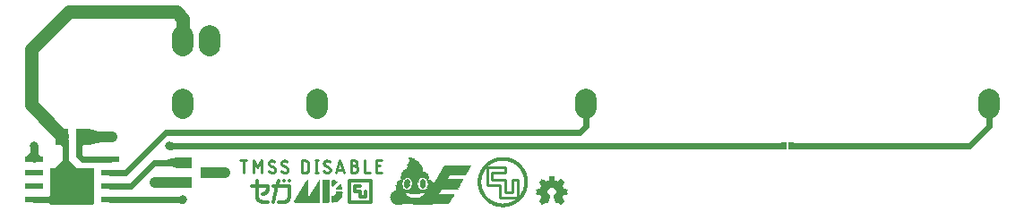
<source format=gbr>
G04 EAGLE Gerber RS-274X export*
G75*
%MOMM*%
%FSLAX34Y34*%
%LPD*%
%INTop Copper*%
%IPPOS*%
%AMOC8*
5,1,8,0,0,1.08239X$1,22.5*%
G01*
%ADD10C,0.279400*%
%ADD11C,0.304800*%
%ADD12R,0.306000X0.018000*%
%ADD13R,0.882000X0.018000*%
%ADD14R,0.558000X0.018000*%
%ADD15R,1.746000X0.018000*%
%ADD16R,0.648000X0.018000*%
%ADD17R,1.854000X0.018000*%
%ADD18R,0.954000X0.018000*%
%ADD19R,2.088000X0.018000*%
%ADD20R,1.188000X0.018000*%
%ADD21R,3.618000X0.018000*%
%ADD22R,5.256000X0.018000*%
%ADD23R,5.292000X0.018000*%
%ADD24R,5.310000X0.018000*%
%ADD25R,5.364000X0.018000*%
%ADD26R,5.382000X0.018000*%
%ADD27R,5.418000X0.018000*%
%ADD28R,5.436000X0.018000*%
%ADD29R,5.454000X0.018000*%
%ADD30R,5.490000X0.018000*%
%ADD31R,5.526000X0.018000*%
%ADD32R,5.544000X0.018000*%
%ADD33R,5.562000X0.018000*%
%ADD34R,5.580000X0.018000*%
%ADD35R,5.598000X0.018000*%
%ADD36R,5.634000X0.018000*%
%ADD37R,5.670000X0.018000*%
%ADD38R,5.688000X0.018000*%
%ADD39R,5.706000X0.018000*%
%ADD40R,5.724000X0.018000*%
%ADD41R,5.742000X0.018000*%
%ADD42R,5.760000X0.018000*%
%ADD43R,5.778000X0.018000*%
%ADD44R,5.796000X0.018000*%
%ADD45R,5.814000X0.018000*%
%ADD46R,2.124000X0.018000*%
%ADD47R,3.330000X0.018000*%
%ADD48R,2.070000X0.018000*%
%ADD49R,3.258000X0.018000*%
%ADD50R,1.998000X0.018000*%
%ADD51R,3.204000X0.018000*%
%ADD52R,1.944000X0.018000*%
%ADD53R,3.168000X0.018000*%
%ADD54R,1.908000X0.018000*%
%ADD55R,3.132000X0.018000*%
%ADD56R,3.114000X0.018000*%
%ADD57R,1.818000X0.018000*%
%ADD58R,3.078000X0.018000*%
%ADD59R,1.800000X0.018000*%
%ADD60R,1.764000X0.018000*%
%ADD61R,3.042000X0.018000*%
%ADD62R,1.692000X0.018000*%
%ADD63R,3.024000X0.018000*%
%ADD64R,1.674000X0.018000*%
%ADD65R,3.006000X0.018000*%
%ADD66R,1.656000X0.018000*%
%ADD67R,2.988000X0.018000*%
%ADD68R,1.620000X0.018000*%
%ADD69R,2.970000X0.018000*%
%ADD70R,1.602000X0.018000*%
%ADD71R,2.952000X0.018000*%
%ADD72R,1.584000X0.018000*%
%ADD73R,1.530000X0.018000*%
%ADD74R,2.934000X0.018000*%
%ADD75R,1.494000X0.018000*%
%ADD76R,1.476000X0.018000*%
%ADD77R,2.916000X0.018000*%
%ADD78R,1.458000X0.018000*%
%ADD79R,2.898000X0.018000*%
%ADD80R,1.422000X0.018000*%
%ADD81R,1.386000X0.018000*%
%ADD82R,2.880000X0.018000*%
%ADD83R,1.368000X0.018000*%
%ADD84R,1.350000X0.018000*%
%ADD85R,0.828000X0.018000*%
%ADD86R,1.404000X0.018000*%
%ADD87R,1.044000X0.018000*%
%ADD88R,4.464000X0.018000*%
%ADD89R,4.428000X0.018000*%
%ADD90R,4.392000X0.018000*%
%ADD91R,4.374000X0.018000*%
%ADD92R,4.356000X0.018000*%
%ADD93R,4.338000X0.018000*%
%ADD94R,4.266000X0.018000*%
%ADD95R,4.284000X0.018000*%
%ADD96R,4.212000X0.018000*%
%ADD97R,0.972000X0.018000*%
%ADD98R,0.900000X0.018000*%
%ADD99R,1.314000X0.018000*%
%ADD100R,0.846000X0.018000*%
%ADD101R,1.206000X0.018000*%
%ADD102R,1.116000X0.018000*%
%ADD103R,1.512000X0.018000*%
%ADD104R,0.810000X0.018000*%
%ADD105R,1.008000X0.018000*%
%ADD106R,0.774000X0.018000*%
%ADD107R,0.756000X0.018000*%
%ADD108R,0.936000X0.018000*%
%ADD109R,0.738000X0.018000*%
%ADD110R,0.720000X0.018000*%
%ADD111R,0.864000X0.018000*%
%ADD112R,0.792000X0.018000*%
%ADD113R,0.702000X0.018000*%
%ADD114R,0.162000X0.018000*%
%ADD115R,0.144000X0.018000*%
%ADD116R,0.198000X0.018000*%
%ADD117R,0.684000X0.018000*%
%ADD118R,0.270000X0.018000*%
%ADD119R,0.288000X0.018000*%
%ADD120R,0.666000X0.018000*%
%ADD121R,0.342000X0.018000*%
%ADD122R,0.324000X0.018000*%
%ADD123R,0.378000X0.018000*%
%ADD124R,0.396000X0.018000*%
%ADD125R,0.414000X0.018000*%
%ADD126R,0.612000X0.018000*%
%ADD127R,0.432000X0.018000*%
%ADD128R,0.450000X0.018000*%
%ADD129R,0.630000X0.018000*%
%ADD130R,0.468000X0.018000*%
%ADD131R,0.594000X0.018000*%
%ADD132R,0.486000X0.018000*%
%ADD133R,0.576000X0.018000*%
%ADD134R,0.504000X0.018000*%
%ADD135R,0.522000X0.018000*%
%ADD136R,0.540000X0.018000*%
%ADD137R,3.060000X0.018000*%
%ADD138R,3.096000X0.018000*%
%ADD139R,2.574000X0.018000*%
%ADD140R,2.592000X0.018000*%
%ADD141R,2.556000X0.018000*%
%ADD142R,0.360000X0.018000*%
%ADD143R,0.252000X0.018000*%
%ADD144R,0.234000X0.018000*%
%ADD145R,0.216000X0.018000*%
%ADD146R,0.180000X0.018000*%
%ADD147R,0.108000X0.018000*%
%ADD148R,1.062000X0.018000*%
%ADD149R,1.080000X0.018000*%
%ADD150R,2.628000X0.018000*%
%ADD151R,2.610000X0.018000*%
%ADD152R,2.538000X0.018000*%
%ADD153R,2.520000X0.018000*%
%ADD154R,2.502000X0.018000*%
%ADD155R,2.466000X0.018000*%
%ADD156R,2.430000X0.018000*%
%ADD157R,2.394000X0.018000*%
%ADD158R,2.358000X0.018000*%
%ADD159R,2.340000X0.018000*%
%ADD160R,2.286000X0.018000*%
%ADD161R,2.250000X0.018000*%
%ADD162R,2.214000X0.018000*%
%ADD163R,2.160000X0.018000*%
%ADD164R,2.106000X0.018000*%
%ADD165R,2.034000X0.018000*%
%ADD166R,1.890000X0.018000*%
%ADD167R,1.872000X0.018000*%
%ADD168R,1.836000X0.018000*%
%ADD169R,1.782000X0.018000*%
%ADD170R,1.728000X0.018000*%
%ADD171R,1.638000X0.018000*%
%ADD172R,1.566000X0.018000*%
%ADD173R,1.440000X0.018000*%
%ADD174R,1.332000X0.018000*%
%ADD175R,1.296000X0.018000*%
%ADD176R,1.224000X0.018000*%
%ADD177R,1.170000X0.018000*%
%ADD178R,1.152000X0.018000*%
%ADD179R,1.098000X0.018000*%
%ADD180R,1.026000X0.018000*%
%ADD181R,0.036000X0.018000*%
%ADD182R,0.012400X0.002500*%
%ADD183R,0.009900X0.002500*%
%ADD184R,0.022400X0.002500*%
%ADD185R,0.020000X0.002500*%
%ADD186R,0.030100X0.002500*%
%ADD187R,0.040100X0.002500*%
%ADD188R,0.035100X0.002500*%
%ADD189R,0.045000X0.002500*%
%ADD190R,0.044900X0.002500*%
%ADD191R,0.052600X0.002500*%
%ADD192R,0.052400X0.002500*%
%ADD193R,0.060100X0.002500*%
%ADD194R,0.057500X0.002500*%
%ADD195R,0.067500X0.002500*%
%ADD196R,0.065000X0.002500*%
%ADD197R,0.072400X0.002500*%
%ADD198R,0.070100X0.002500*%
%ADD199R,0.079900X0.002500*%
%ADD200R,0.080100X0.002500*%
%ADD201R,0.085000X0.002500*%
%ADD202R,0.092500X0.002500*%
%ADD203R,0.092400X0.002500*%
%ADD204R,0.097400X0.002500*%
%ADD205R,0.104900X0.002500*%
%ADD206R,0.105000X0.002500*%
%ADD207R,0.112600X0.002500*%
%ADD208R,0.110100X0.002500*%
%ADD209R,0.120000X0.002500*%
%ADD210R,0.117500X0.002500*%
%ADD211R,0.125000X0.002500*%
%ADD212R,0.122500X0.002500*%
%ADD213R,0.132400X0.002500*%
%ADD214R,0.130000X0.002500*%
%ADD215R,0.137600X0.002500*%
%ADD216R,0.135000X0.002500*%
%ADD217R,0.145000X0.002500*%
%ADD218R,0.140000X0.002500*%
%ADD219R,0.150100X0.002500*%
%ADD220R,0.147500X0.002500*%
%ADD221R,0.157500X0.002500*%
%ADD222R,0.152400X0.002500*%
%ADD223R,0.162600X0.002500*%
%ADD224R,0.162500X0.002500*%
%ADD225R,0.169900X0.002500*%
%ADD226R,0.167500X0.002500*%
%ADD227R,0.175100X0.002500*%
%ADD228R,0.175000X0.002500*%
%ADD229R,0.182500X0.002500*%
%ADD230R,0.180100X0.002500*%
%ADD231R,0.187400X0.002500*%
%ADD232R,0.187500X0.002500*%
%ADD233R,0.192500X0.002500*%
%ADD234R,0.192400X0.002500*%
%ADD235R,0.200000X0.002500*%
%ADD236R,0.199900X0.002500*%
%ADD237R,0.207500X0.002500*%
%ADD238R,0.205000X0.002500*%
%ADD239R,0.212400X0.002500*%
%ADD240R,0.212600X0.002500*%
%ADD241R,0.217500X0.002500*%
%ADD242R,0.217600X0.002500*%
%ADD243R,0.225000X0.002500*%
%ADD244R,0.229900X0.002500*%
%ADD245R,0.230000X0.002500*%
%ADD246R,0.237400X0.002500*%
%ADD247R,0.237500X0.002500*%
%ADD248R,0.242500X0.002500*%
%ADD249R,0.242400X0.002500*%
%ADD250R,0.250000X0.002500*%
%ADD251R,0.255000X0.002500*%
%ADD252R,0.262600X0.002500*%
%ADD253R,0.260000X0.002500*%
%ADD254R,0.267600X0.002500*%
%ADD255R,0.267500X0.002500*%
%ADD256R,0.275000X0.002500*%
%ADD257R,0.272500X0.002500*%
%ADD258R,0.280100X0.002500*%
%ADD259R,0.280000X0.002500*%
%ADD260R,0.285000X0.002500*%
%ADD261R,0.285100X0.002500*%
%ADD262R,0.292500X0.002500*%
%ADD263R,0.297600X0.002500*%
%ADD264R,0.297400X0.002500*%
%ADD265R,0.305100X0.002500*%
%ADD266R,0.304900X0.002500*%
%ADD267R,0.309900X0.002500*%
%ADD268R,0.310000X0.002500*%
%ADD269R,0.317400X0.002500*%
%ADD270R,0.317600X0.002500*%
%ADD271R,0.322500X0.002500*%
%ADD272R,0.322600X0.002500*%
%ADD273R,0.330000X0.002500*%
%ADD274R,0.334900X0.002500*%
%ADD275R,0.335000X0.002500*%
%ADD276R,0.342400X0.002500*%
%ADD277R,0.339900X0.002500*%
%ADD278R,0.347500X0.002500*%
%ADD279R,0.004900X0.002500*%
%ADD280R,0.347400X0.002500*%
%ADD281R,0.352500X0.002500*%
%ADD282R,0.012500X0.002500*%
%ADD283R,0.015000X0.002500*%
%ADD284R,0.360000X0.002500*%
%ADD285R,0.022500X0.002500*%
%ADD286R,0.360100X0.002500*%
%ADD287R,0.365000X0.002500*%
%ADD288R,0.032600X0.002500*%
%ADD289R,0.030000X0.002500*%
%ADD290R,0.372500X0.002500*%
%ADD291R,0.037500X0.002500*%
%ADD292R,0.037600X0.002500*%
%ADD293R,0.377500X0.002500*%
%ADD294R,0.045100X0.002500*%
%ADD295R,0.385000X0.002500*%
%ADD296R,0.050000X0.002500*%
%ADD297R,0.050100X0.002500*%
%ADD298R,0.389900X0.002500*%
%ADD299R,0.390100X0.002500*%
%ADD300R,0.397400X0.002500*%
%ADD301R,0.062500X0.002500*%
%ADD302R,0.397500X0.002500*%
%ADD303R,0.404900X0.002500*%
%ADD304R,0.069900X0.002500*%
%ADD305R,0.410000X0.002500*%
%ADD306R,0.074900X0.002500*%
%ADD307R,0.075000X0.002500*%
%ADD308R,0.409900X0.002500*%
%ADD309R,0.417600X0.002500*%
%ADD310R,0.082400X0.002500*%
%ADD311R,0.082500X0.002500*%
%ADD312R,0.417500X0.002500*%
%ADD313R,0.422500X0.002500*%
%ADD314R,0.087400X0.002500*%
%ADD315R,0.087600X0.002500*%
%ADD316R,0.422600X0.002500*%
%ADD317R,0.427600X0.002500*%
%ADD318R,0.095100X0.002500*%
%ADD319R,0.095000X0.002500*%
%ADD320R,0.430100X0.002500*%
%ADD321R,0.435100X0.002500*%
%ADD322R,0.100100X0.002500*%
%ADD323R,0.435000X0.002500*%
%ADD324R,0.442600X0.002500*%
%ADD325R,0.107600X0.002500*%
%ADD326R,0.107400X0.002500*%
%ADD327R,0.442500X0.002500*%
%ADD328R,0.447500X0.002500*%
%ADD329R,0.112500X0.002500*%
%ADD330R,0.447400X0.002500*%
%ADD331R,0.455100X0.002500*%
%ADD332R,0.455000X0.002500*%
%ADD333R,0.460100X0.002500*%
%ADD334R,0.460000X0.002500*%
%ADD335R,0.467500X0.002500*%
%ADD336R,0.129900X0.002500*%
%ADD337R,0.475000X0.002500*%
%ADD338R,0.137500X0.002500*%
%ADD339R,0.137400X0.002500*%
%ADD340R,0.480000X0.002500*%
%ADD341R,0.142400X0.002500*%
%ADD342R,0.142500X0.002500*%
%ADD343R,0.487500X0.002500*%
%ADD344R,0.150000X0.002500*%
%ADD345R,0.487600X0.002500*%
%ADD346R,0.495000X0.002500*%
%ADD347R,0.155000X0.002500*%
%ADD348R,0.155100X0.002500*%
%ADD349R,0.495100X0.002500*%
%ADD350R,0.499900X0.002500*%
%ADD351R,0.162400X0.002500*%
%ADD352R,0.500000X0.002500*%
%ADD353R,0.507400X0.002500*%
%ADD354R,0.170100X0.002500*%
%ADD355R,0.170000X0.002500*%
%ADD356R,0.514900X0.002500*%
%ADD357R,0.709900X0.002500*%
%ADD358R,0.707400X0.002500*%
%ADD359R,0.712400X0.002500*%
%ADD360R,0.710000X0.002500*%
%ADD361R,0.717400X0.002500*%
%ADD362R,0.715000X0.002500*%
%ADD363R,0.719900X0.002500*%
%ADD364R,0.717500X0.002500*%
%ADD365R,0.725000X0.002500*%
%ADD366R,0.722600X0.002500*%
%ADD367R,0.725100X0.002500*%
%ADD368R,0.727500X0.002500*%
%ADD369R,0.727600X0.002500*%
%ADD370R,0.732500X0.002500*%
%ADD371R,0.732400X0.002500*%
%ADD372R,0.735000X0.002500*%
%ADD373R,0.734900X0.002500*%
%ADD374R,0.739900X0.002500*%
%ADD375R,0.742500X0.002500*%
%ADD376R,0.747500X0.002500*%
%ADD377R,0.750000X0.002500*%
%ADD378R,0.752500X0.002500*%
%ADD379R,0.757600X0.002500*%
%ADD380R,0.760100X0.002500*%
%ADD381R,0.765100X0.002500*%
%ADD382R,0.762400X0.002500*%
%ADD383R,0.767600X0.002500*%
%ADD384R,0.764900X0.002500*%
%ADD385R,0.769900X0.002500*%
%ADD386R,0.772600X0.002500*%
%ADD387R,0.772500X0.002500*%
%ADD388R,0.775000X0.002500*%
%ADD389R,0.779900X0.002500*%
%ADD390R,0.780000X0.002500*%
%ADD391R,0.782400X0.002500*%
%ADD392R,0.782500X0.002500*%
%ADD393R,0.787500X0.002500*%
%ADD394R,0.785100X0.002500*%
%ADD395R,0.790000X0.002500*%
%ADD396R,0.787600X0.002500*%
%ADD397R,0.795000X0.002500*%
%ADD398R,0.794900X0.002500*%
%ADD399R,0.797500X0.002500*%
%ADD400R,0.797400X0.002500*%
%ADD401R,0.802500X0.002500*%
%ADD402R,0.807400X0.002500*%
%ADD403R,0.805000X0.002500*%
%ADD404R,0.809900X0.002500*%
%ADD405R,0.810000X0.002500*%
%ADD406R,0.810100X0.002500*%
%ADD407R,0.807500X0.002500*%
%ADD408R,0.807600X0.002500*%
%ADD409R,0.805100X0.002500*%
%ADD410R,0.802400X0.002500*%
%ADD411R,0.804900X0.002500*%
%ADD412R,0.802600X0.002500*%
%ADD413R,0.799900X0.002500*%
%ADD414R,0.800100X0.002500*%
%ADD415R,0.800000X0.002500*%
%ADD416R,0.797600X0.002500*%
%ADD417R,0.792500X0.002500*%
%ADD418R,0.792400X0.002500*%
%ADD419R,0.789900X0.002500*%
%ADD420R,0.790100X0.002500*%
%ADD421R,0.787400X0.002500*%
%ADD422R,0.785000X0.002500*%
%ADD423R,0.784900X0.002500*%
%ADD424R,0.782600X0.002500*%
%ADD425R,0.780100X0.002500*%
%ADD426R,0.777500X0.002500*%
%ADD427R,0.777400X0.002500*%
%ADD428R,0.777600X0.002500*%
%ADD429R,0.775100X0.002500*%
%ADD430R,0.772400X0.002500*%
%ADD431R,0.770000X0.002500*%
%ADD432R,0.767500X0.002500*%
%ADD433R,0.770100X0.002500*%
%ADD434R,0.765000X0.002500*%
%ADD435R,0.767400X0.002500*%
%ADD436R,0.762500X0.002500*%
%ADD437R,0.760000X0.002500*%
%ADD438R,0.757500X0.002500*%
%ADD439R,0.759900X0.002500*%
%ADD440R,0.757400X0.002500*%
%ADD441R,0.755100X0.002500*%
%ADD442R,0.752600X0.002500*%
%ADD443R,0.754900X0.002500*%
%ADD444R,0.755000X0.002500*%
%ADD445R,0.750100X0.002500*%
%ADD446R,0.749900X0.002500*%
%ADD447R,0.747400X0.002500*%
%ADD448R,0.744900X0.002500*%
%ADD449R,0.745000X0.002500*%
%ADD450R,0.747600X0.002500*%
%ADD451R,0.745100X0.002500*%
%ADD452R,0.742400X0.002500*%
%ADD453R,0.740000X0.002500*%
%ADD454R,0.737600X0.002500*%
%ADD455R,0.812600X0.002500*%
%ADD456R,0.812500X0.002500*%
%ADD457R,0.815000X0.002500*%
%ADD458R,0.817600X0.002500*%
%ADD459R,0.817500X0.002500*%
%ADD460R,0.820100X0.002500*%
%ADD461R,0.820000X0.002500*%
%ADD462R,0.822500X0.002500*%
%ADD463R,0.825000X0.002500*%
%ADD464R,0.827600X0.002500*%
%ADD465R,0.830100X0.002500*%
%ADD466R,0.832600X0.002500*%
%ADD467R,0.832500X0.002500*%
%ADD468R,0.834900X0.002500*%
%ADD469R,0.837600X0.002500*%
%ADD470R,0.837400X0.002500*%
%ADD471R,0.840100X0.002500*%
%ADD472R,0.839900X0.002500*%
%ADD473R,0.842500X0.002500*%
%ADD474R,0.844900X0.002500*%
%ADD475R,0.845000X0.002500*%
%ADD476R,0.847600X0.002500*%
%ADD477R,0.847500X0.002500*%
%ADD478R,0.850000X0.002500*%
%ADD479R,0.850100X0.002500*%
%ADD480R,0.852500X0.002500*%
%ADD481R,0.855100X0.002500*%
%ADD482R,0.855000X0.002500*%
%ADD483R,0.857500X0.002500*%
%ADD484R,0.860000X0.002500*%
%ADD485R,0.864900X0.002500*%
%ADD486R,0.865000X0.002500*%
%ADD487R,0.870000X0.002500*%
%ADD488R,0.870100X0.002500*%
%ADD489R,0.872500X0.002500*%
%ADD490R,0.875000X0.002500*%
%ADD491R,0.874900X0.002500*%
%ADD492R,0.872400X0.002500*%
%ADD493R,0.867400X0.002500*%
%ADD494R,0.867500X0.002500*%
%ADD495R,0.862500X0.002500*%
%ADD496R,0.857600X0.002500*%
%ADD497R,0.852400X0.002500*%
%ADD498R,0.842600X0.002500*%
%ADD499R,0.837500X0.002500*%
%ADD500R,0.835000X0.002500*%
%ADD501R,0.832400X0.002500*%
%ADD502R,0.830000X0.002500*%
%ADD503R,0.824900X0.002500*%
%ADD504R,0.825100X0.002500*%
%ADD505R,0.822600X0.002500*%
%ADD506R,0.815100X0.002500*%
%ADD507R,0.827400X0.002500*%
%ADD508R,0.880000X0.002500*%
%ADD509R,0.877500X0.002500*%
%ADD510R,0.892500X0.002500*%
%ADD511R,0.890000X0.002500*%
%ADD512R,0.902500X0.002500*%
%ADD513R,0.899900X0.002500*%
%ADD514R,0.915000X0.002500*%
%ADD515R,0.912600X0.002500*%
%ADD516R,0.925100X0.002500*%
%ADD517R,0.922500X0.002500*%
%ADD518R,0.940000X0.002500*%
%ADD519R,0.934900X0.002500*%
%ADD520R,0.949900X0.002500*%
%ADD521R,0.947500X0.002500*%
%ADD522R,0.962400X0.002500*%
%ADD523R,0.957500X0.002500*%
%ADD524R,0.977400X0.002500*%
%ADD525R,0.972400X0.002500*%
%ADD526R,0.987600X0.002500*%
%ADD527R,0.982600X0.002500*%
%ADD528R,0.997500X0.002500*%
%ADD529R,0.992400X0.002500*%
%ADD530R,1.010100X0.002500*%
%ADD531R,1.005000X0.002500*%
%ADD532R,1.020000X0.002500*%
%ADD533R,1.015000X0.002500*%
%ADD534R,1.032400X0.002500*%
%ADD535R,1.027400X0.002500*%
%ADD536R,1.040000X0.002500*%
%ADD537R,1.052500X0.002500*%
%ADD538R,1.050100X0.002500*%
%ADD539R,1.062500X0.002500*%
%ADD540R,1.060100X0.002500*%
%ADD541R,1.075100X0.002500*%
%ADD542R,1.070100X0.002500*%
%ADD543R,1.082600X0.002500*%
%ADD544R,1.077500X0.002500*%
%ADD545R,1.090000X0.002500*%
%ADD546R,1.099900X0.002500*%
%ADD547R,1.095000X0.002500*%
%ADD548R,1.105000X0.002500*%
%ADD549R,1.102400X0.002500*%
%ADD550R,1.107500X0.002500*%
%ADD551R,1.102600X0.002500*%
%ADD552R,1.105100X0.002500*%
%ADD553R,1.102500X0.002500*%
%ADD554R,1.100100X0.002500*%
%ADD555R,1.100000X0.002500*%
%ADD556R,1.097600X0.002500*%
%ADD557R,1.097500X0.002500*%
%ADD558R,1.095100X0.002500*%
%ADD559R,1.094900X0.002500*%
%ADD560R,1.092500X0.002500*%
%ADD561R,1.087500X0.002500*%
%ADD562R,1.087600X0.002500*%
%ADD563R,1.084900X0.002500*%
%ADD564R,1.085000X0.002500*%
%ADD565R,1.082400X0.002500*%
%ADD566R,1.082500X0.002500*%
%ADD567R,1.080000X0.002500*%
%ADD568R,1.080100X0.002500*%
%ADD569R,1.077600X0.002500*%
%ADD570R,1.075000X0.002500*%
%ADD571R,1.072500X0.002500*%
%ADD572R,1.072600X0.002500*%
%ADD573R,1.067500X0.002500*%
%ADD574R,1.065000X0.002500*%
%ADD575R,1.107600X0.002500*%
%ADD576R,1.110000X0.002500*%
%ADD577R,1.092600X0.002500*%
%ADD578R,1.070000X0.002500*%
%ADD579R,1.060000X0.002500*%
%ADD580R,1.039900X0.002500*%
%ADD581R,1.049900X0.002500*%
%ADD582R,1.029900X0.002500*%
%ADD583R,1.037500X0.002500*%
%ADD584R,1.025000X0.002500*%
%ADD585R,1.002600X0.002500*%
%ADD586R,0.979900X0.002500*%
%ADD587R,0.964900X0.002500*%
%ADD588R,0.972500X0.002500*%
%ADD589R,0.955000X0.002500*%
%ADD590R,0.957400X0.002500*%
%ADD591R,0.945000X0.002500*%
%ADD592R,0.947600X0.002500*%
%ADD593R,0.932600X0.002500*%
%ADD594R,0.937500X0.002500*%
%ADD595R,0.920000X0.002500*%
%ADD596R,0.924900X0.002500*%
%ADD597R,0.907400X0.002500*%
%ADD598R,0.897400X0.002500*%
%ADD599R,0.902400X0.002500*%
%ADD600R,0.887600X0.002500*%
%ADD601R,0.892600X0.002500*%
%ADD602R,0.877600X0.002500*%
%ADD603R,0.882500X0.002500*%
%ADD604R,0.869900X0.002500*%
%ADD605R,0.849900X0.002500*%
%ADD606R,0.835100X0.002500*%
%ADD607R,0.822400X0.002500*%
%ADD608R,0.792600X0.002500*%
%ADD609R,0.795100X0.002500*%
%ADD610R,0.827500X0.002500*%
%ADD611R,0.840000X0.002500*%
%ADD612R,0.854900X0.002500*%
%ADD613R,0.859900X0.002500*%
%ADD614R,0.862400X0.002500*%
%ADD615R,0.879900X0.002500*%
%ADD616R,0.887400X0.002500*%
%ADD617R,0.885000X0.002500*%
%ADD618R,0.897500X0.002500*%
%ADD619R,0.905000X0.002500*%
%ADD620R,0.907500X0.002500*%
%ADD621R,0.910100X0.002500*%
%ADD622R,0.917500X0.002500*%
%ADD623R,0.922400X0.002500*%
%ADD624R,0.925000X0.002500*%
%ADD625R,0.932400X0.002500*%
%ADD626R,0.930000X0.002500*%
%ADD627R,0.942400X0.002500*%
%ADD628R,0.942500X0.002500*%
%ADD629R,0.952400X0.002500*%
%ADD630R,0.952500X0.002500*%
%ADD631R,0.967500X0.002500*%
%ADD632R,0.965100X0.002500*%
%ADD633R,0.985100X0.002500*%
%ADD634R,2.047500X0.002500*%
%ADD635R,2.045000X0.002500*%
%ADD636R,2.042500X0.002500*%
%ADD637R,2.040000X0.002500*%
%ADD638R,2.037500X0.002500*%
%ADD639R,2.035000X0.002500*%
%ADD640R,2.032600X0.002500*%
%ADD641R,2.030100X0.002500*%
%ADD642R,2.027600X0.002500*%
%ADD643R,2.025100X0.002500*%
%ADD644R,2.022600X0.002500*%
%ADD645R,2.020100X0.002500*%
%ADD646R,2.017600X0.002500*%
%ADD647R,2.015100X0.002500*%
%ADD648R,2.012600X0.002500*%
%ADD649R,2.010000X0.002500*%
%ADD650R,2.007400X0.002500*%
%ADD651R,2.004900X0.002500*%
%ADD652R,2.002400X0.002500*%
%ADD653R,1.999900X0.002500*%
%ADD654R,1.997400X0.002500*%
%ADD655R,1.994900X0.002500*%
%ADD656R,1.992500X0.002500*%
%ADD657R,1.990000X0.002500*%
%ADD658R,1.987500X0.002500*%
%ADD659R,1.985000X0.002500*%
%ADD660R,1.982500X0.002500*%
%ADD661R,1.980000X0.002500*%
%ADD662R,1.977500X0.002500*%
%ADD663R,1.975000X0.002500*%
%ADD664R,1.972500X0.002500*%
%ADD665R,1.970000X0.002500*%
%ADD666R,1.967500X0.002500*%
%ADD667R,1.965000X0.002500*%
%ADD668R,1.962400X0.002500*%
%ADD669R,1.957400X0.002500*%
%ADD670R,1.954900X0.002500*%
%ADD671R,1.952400X0.002500*%
%ADD672R,1.947500X0.002500*%
%ADD673R,1.942600X0.002500*%
%ADD674R,1.937500X0.002500*%
%ADD675R,1.932600X0.002500*%
%ADD676R,1.927500X0.002500*%
%ADD677R,1.930100X0.002500*%
%ADD678R,1.935000X0.002500*%
%ADD679R,1.940100X0.002500*%
%ADD680R,1.959900X0.002500*%
%ADD681R,2.050100X0.002500*%
%ADD682R,2.052500X0.002500*%
%ADD683R,2.057500X0.002500*%
%ADD684R,2.060000X0.002500*%
%ADD685R,2.062500X0.002500*%
%ADD686R,2.067500X0.002500*%
%ADD687R,2.070000X0.002500*%
%ADD688R,2.072500X0.002500*%
%ADD689R,2.077400X0.002500*%
%ADD690R,2.079900X0.002500*%
%ADD691R,2.082400X0.002500*%
%ADD692R,2.087400X0.002500*%
%ADD693R,2.090000X0.002500*%
%ADD694R,2.092500X0.002500*%
%ADD695R,2.097500X0.002500*%
%ADD696R,2.100000X0.002500*%
%ADD697R,2.102500X0.002500*%
%ADD698R,2.107500X0.002500*%
%ADD699R,2.110000X0.002500*%
%ADD700R,2.112500X0.002500*%
%ADD701R,2.117500X0.002500*%
%ADD702R,2.119900X0.002500*%
%ADD703R,2.122400X0.002500*%
%ADD704R,2.127400X0.002500*%
%ADD705R,2.129900X0.002500*%
%ADD706R,2.135000X0.002500*%
%ADD707R,2.137600X0.002500*%
%ADD708R,2.142600X0.002500*%
%ADD709R,2.145100X0.002500*%
%ADD710R,2.147600X0.002500*%
%ADD711R,2.152600X0.002500*%
%ADD712R,2.155100X0.002500*%
%ADD713R,2.157600X0.002500*%
%ADD714R,2.162500X0.002500*%
%ADD715R,2.165000X0.002500*%
%ADD716R,2.167500X0.002500*%
%ADD717R,2.172500X0.002500*%
%ADD718R,2.175100X0.002500*%
%ADD719R,2.177500X0.002500*%
%ADD720R,2.182500X0.002500*%
%ADD721R,2.187500X0.002500*%
%ADD722R,2.190000X0.002500*%
%ADD723R,2.192500X0.002500*%
%ADD724R,2.197500X0.002500*%
%ADD725R,2.199900X0.002500*%
%ADD726R,2.202400X0.002500*%
%ADD727R,2.207400X0.002500*%
%ADD728R,2.209900X0.002500*%
%ADD729R,2.212400X0.002500*%
%ADD730R,2.217500X0.002500*%
%ADD731R,2.220000X0.002500*%
%ADD732R,2.222500X0.002500*%
%ADD733R,2.227500X0.002500*%
%ADD734R,2.230000X0.002500*%
%ADD735R,2.232500X0.002500*%
%ADD736R,2.237500X0.002500*%
%ADD737R,2.240000X0.002500*%
%ADD738R,2.242500X0.002500*%
%ADD739R,2.247400X0.002500*%
%ADD740R,2.249900X0.002500*%
%ADD741R,2.252400X0.002500*%
%ADD742R,2.257400X0.002500*%
%ADD743R,2.262600X0.002500*%
%ADD744R,2.267600X0.002500*%
%ADD745R,2.272600X0.002500*%
%ADD746R,2.277600X0.002500*%
%ADD747R,2.282600X0.002500*%
%ADD748R,2.287500X0.002500*%
%ADD749R,2.292500X0.002500*%
%ADD750R,2.297500X0.002500*%
%ADD751R,2.302600X0.002500*%
%ADD752R,2.307500X0.002500*%
%ADD753R,2.312500X0.002500*%
%ADD754R,2.315000X0.002500*%
%ADD755R,2.317500X0.002500*%
%ADD756R,2.322500X0.002500*%
%ADD757R,2.327400X0.002500*%
%ADD758R,2.332400X0.002500*%
%ADD759R,2.337400X0.002500*%
%ADD760R,2.342500X0.002500*%
%ADD761R,2.347500X0.002500*%
%ADD762R,2.334900X0.002500*%
%ADD763R,2.320000X0.002500*%
%ADD764R,2.245000X0.002500*%
%ADD765R,0.555000X0.002500*%
%ADD766R,0.555100X0.002500*%
%ADD767R,0.550000X0.002500*%
%ADD768R,1.087400X0.002500*%
%ADD769R,0.542500X0.002500*%
%ADD770R,0.535000X0.002500*%
%ADD771R,1.057500X0.002500*%
%ADD772R,0.529900X0.002500*%
%ADD773R,1.042500X0.002500*%
%ADD774R,0.530100X0.002500*%
%ADD775R,0.522400X0.002500*%
%ADD776R,1.030000X0.002500*%
%ADD777R,0.522600X0.002500*%
%ADD778R,1.015100X0.002500*%
%ADD779R,0.510000X0.002500*%
%ADD780R,1.002500X0.002500*%
%ADD781R,0.509900X0.002500*%
%ADD782R,0.502500X0.002500*%
%ADD783R,0.990000X0.002500*%
%ADD784R,0.502400X0.002500*%
%ADD785R,0.497400X0.002500*%
%ADD786R,0.974900X0.002500*%
%ADD787R,0.489900X0.002500*%
%ADD788R,0.962500X0.002500*%
%ADD789R,0.490100X0.002500*%
%ADD790R,0.485000X0.002500*%
%ADD791R,0.950100X0.002500*%
%ADD792R,0.482500X0.002500*%
%ADD793R,0.477500X0.002500*%
%ADD794R,0.937600X0.002500*%
%ADD795R,0.472500X0.002500*%
%ADD796R,0.922600X0.002500*%
%ADD797R,0.470000X0.002500*%
%ADD798R,0.465100X0.002500*%
%ADD799R,0.912400X0.002500*%
%ADD800R,0.464900X0.002500*%
%ADD801R,0.897600X0.002500*%
%ADD802R,0.457500X0.002500*%
%ADD803R,0.452600X0.002500*%
%ADD804R,0.887500X0.002500*%
%ADD805R,0.452500X0.002500*%
%ADD806R,0.447600X0.002500*%
%ADD807R,0.445000X0.002500*%
%ADD808R,0.440100X0.002500*%
%ADD809R,0.860100X0.002500*%
%ADD810R,0.440000X0.002500*%
%ADD811R,0.432500X0.002500*%
%ADD812R,0.427500X0.002500*%
%ADD813R,0.420100X0.002500*%
%ADD814R,0.415000X0.002500*%
%ADD815R,0.414900X0.002500*%
%ADD816R,0.407400X0.002500*%
%ADD817R,0.402400X0.002500*%
%ADD818R,0.399900X0.002500*%
%ADD819R,0.395100X0.002500*%
%ADD820R,0.390000X0.002500*%
%ADD821R,0.387600X0.002500*%
%ADD822R,0.384900X0.002500*%
%ADD823R,0.382500X0.002500*%
%ADD824R,0.724900X0.002500*%
%ADD825R,0.370000X0.002500*%
%ADD826R,0.715100X0.002500*%
%ADD827R,0.704900X0.002500*%
%ADD828R,0.357500X0.002500*%
%ADD829R,0.695100X0.002500*%
%ADD830R,0.679900X0.002500*%
%ADD831R,0.344900X0.002500*%
%ADD832R,0.670100X0.002500*%
%ADD833R,0.340000X0.002500*%
%ADD834R,0.659900X0.002500*%
%ADD835R,0.332500X0.002500*%
%ADD836R,0.327500X0.002500*%
%ADD837R,0.647600X0.002500*%
%ADD838R,0.322400X0.002500*%
%ADD839R,0.635000X0.002500*%
%ADD840R,0.320100X0.002500*%
%ADD841R,0.314900X0.002500*%
%ADD842R,0.625000X0.002500*%
%ADD843R,0.315100X0.002500*%
%ADD844R,0.310100X0.002500*%
%ADD845R,0.615000X0.002500*%
%ADD846R,0.302600X0.002500*%
%ADD847R,0.605000X0.002500*%
%ADD848R,0.302400X0.002500*%
%ADD849R,0.297500X0.002500*%
%ADD850R,0.592500X0.002500*%
%ADD851R,0.290000X0.002500*%
%ADD852R,0.582400X0.002500*%
%ADD853R,0.290100X0.002500*%
%ADD854R,0.577400X0.002500*%
%ADD855R,0.277600X0.002500*%
%ADD856R,0.567600X0.002500*%
%ADD857R,0.277500X0.002500*%
%ADD858R,0.265100X0.002500*%
%ADD859R,0.565100X0.002500*%
%ADD860R,0.265000X0.002500*%
%ADD861R,0.562600X0.002500*%
%ADD862R,0.259900X0.002500*%
%ADD863R,0.254900X0.002500*%
%ADD864R,0.247500X0.002500*%
%ADD865R,0.560000X0.002500*%
%ADD866R,0.557400X0.002500*%
%ADD867R,0.242600X0.002500*%
%ADD868R,0.234900X0.002500*%
%ADD869R,0.235000X0.002500*%
%ADD870R,0.222500X0.002500*%
%ADD871R,0.552500X0.002500*%
%ADD872R,0.217400X0.002500*%
%ADD873R,0.209900X0.002500*%
%ADD874R,0.210100X0.002500*%
%ADD875R,0.204900X0.002500*%
%ADD876R,0.197500X0.002500*%
%ADD877R,0.197400X0.002500*%
%ADD878R,0.547600X0.002500*%
%ADD879R,0.184900X0.002500*%
%ADD880R,0.185100X0.002500*%
%ADD881R,0.172500X0.002500*%
%ADD882R,0.542600X0.002500*%
%ADD883R,0.160000X0.002500*%
%ADD884R,0.154900X0.002500*%
%ADD885R,0.540000X0.002500*%
%ADD886R,0.149900X0.002500*%
%ADD887R,0.142600X0.002500*%
%ADD888R,0.537400X0.002500*%
%ADD889R,0.132600X0.002500*%
%ADD890R,0.127400X0.002500*%
%ADD891R,0.115000X0.002500*%
%ADD892R,0.532500X0.002500*%
%ADD893R,0.107500X0.002500*%
%ADD894R,0.110000X0.002500*%
%ADD895R,0.102400X0.002500*%
%ADD896R,0.094900X0.002500*%
%ADD897R,0.090000X0.002500*%
%ADD898R,0.527600X0.002500*%
%ADD899R,0.077400X0.002500*%
%ADD900R,0.080000X0.002500*%
%ADD901R,0.072600X0.002500*%
%ADD902R,0.067600X0.002500*%
%ADD903R,0.525100X0.002500*%
%ADD904R,0.060000X0.002500*%
%ADD905R,0.042600X0.002500*%
%ADD906R,0.047400X0.002500*%
%ADD907R,0.035000X0.002500*%
%ADD908R,0.027600X0.002500*%
%ADD909R,0.520000X0.002500*%
%ADD910R,0.025000X0.002500*%
%ADD911R,0.517400X0.002500*%
%ADD912R,0.017500X0.002500*%
%ADD913R,0.007400X0.002500*%
%ADD914R,0.010000X0.002500*%
%ADD915R,0.512500X0.002500*%
%ADD916R,0.507500X0.002500*%
%ADD917R,0.505100X0.002500*%
%ADD918R,0.502600X0.002500*%
%ADD919R,0.494900X0.002500*%
%ADD920R,0.492500X0.002500*%
%ADD921R,0.490000X0.002500*%
%ADD922R,0.485100X0.002500*%
%ADD923R,0.482600X0.002500*%
%ADD924R,0.477400X0.002500*%
%ADD925R,0.474900X0.002500*%
%ADD926R,0.472400X0.002500*%
%ADD927R,0.469900X0.002500*%
%ADD928R,0.462600X0.002500*%
%ADD929R,0.457400X0.002500*%
%ADD930R,0.454900X0.002500*%
%ADD931R,0.452400X0.002500*%
%ADD932R,0.449900X0.002500*%
%ADD933R,0.445100X0.002500*%
%ADD934R,0.437600X0.002500*%
%ADD935R,0.432400X0.002500*%
%ADD936R,0.429900X0.002500*%
%ADD937R,0.425100X0.002500*%
%ADD938R,0.412400X0.002500*%
%ADD939R,0.407500X0.002500*%
%ADD940R,0.405100X0.002500*%
%ADD941R,0.400100X0.002500*%
%ADD942R,0.395000X0.002500*%
%ADD943R,0.245000X0.002500*%
%ADD944R,1.300000X1.500000*%
%ADD945R,1.400000X1.000000*%
%ADD946R,1.750000X0.609600*%
%ADD947R,0.500000X0.750000*%
%ADD948C,2.000000*%
%ADD949C,0.800000*%
%ADD950C,2.000000*%
%ADD951C,0.609600*%
%ADD952C,1.000000*%
%ADD953C,1.000000*%
%ADD954C,1.270000*%
%ADD955C,0.254000*%
%ADD956C,0.800000*%

G36*
X80064Y8082D02*
X80064Y8082D01*
X80118Y8080D01*
X80232Y8102D01*
X80348Y8116D01*
X80399Y8134D01*
X80452Y8145D01*
X80558Y8193D01*
X80667Y8233D01*
X80712Y8263D01*
X80761Y8286D01*
X80853Y8357D01*
X80949Y8421D01*
X80986Y8461D01*
X81029Y8495D01*
X81102Y8586D01*
X81181Y8671D01*
X81207Y8718D01*
X81241Y8761D01*
X81291Y8866D01*
X81347Y8967D01*
X81362Y9019D01*
X81385Y9068D01*
X81397Y9141D01*
X81441Y9294D01*
X81447Y9452D01*
X81459Y9525D01*
X81459Y41275D01*
X81453Y41329D01*
X81455Y41383D01*
X81433Y41497D01*
X81419Y41613D01*
X81401Y41664D01*
X81390Y41717D01*
X81342Y41823D01*
X81302Y41932D01*
X81272Y41977D01*
X81249Y42026D01*
X81178Y42118D01*
X81114Y42214D01*
X81074Y42251D01*
X81040Y42294D01*
X80949Y42367D01*
X80864Y42446D01*
X80817Y42472D01*
X80775Y42506D01*
X80669Y42556D01*
X80568Y42612D01*
X80516Y42627D01*
X80467Y42650D01*
X80394Y42662D01*
X80241Y42706D01*
X80083Y42712D01*
X80010Y42724D01*
X40640Y42724D01*
X40586Y42718D01*
X40532Y42720D01*
X40418Y42698D01*
X40302Y42684D01*
X40251Y42666D01*
X40198Y42655D01*
X40092Y42607D01*
X39983Y42567D01*
X39938Y42537D01*
X39889Y42514D01*
X39797Y42443D01*
X39701Y42379D01*
X39664Y42339D01*
X39621Y42305D01*
X39548Y42214D01*
X39469Y42129D01*
X39443Y42082D01*
X39409Y42040D01*
X39360Y41934D01*
X39303Y41833D01*
X39288Y41781D01*
X39265Y41732D01*
X39253Y41659D01*
X39209Y41506D01*
X39203Y41348D01*
X39191Y41275D01*
X39191Y9525D01*
X39197Y9471D01*
X39195Y9417D01*
X39217Y9303D01*
X39231Y9187D01*
X39249Y9136D01*
X39260Y9083D01*
X39308Y8977D01*
X39348Y8868D01*
X39378Y8823D01*
X39401Y8774D01*
X39472Y8682D01*
X39536Y8586D01*
X39576Y8549D01*
X39610Y8506D01*
X39701Y8433D01*
X39786Y8354D01*
X39833Y8328D01*
X39876Y8294D01*
X39981Y8245D01*
X40082Y8188D01*
X40134Y8173D01*
X40183Y8150D01*
X40256Y8138D01*
X40409Y8094D01*
X40567Y8088D01*
X40640Y8076D01*
X80010Y8076D01*
X80064Y8082D01*
G37*
G36*
X294050Y9762D02*
X294050Y9762D01*
X294070Y9760D01*
X294171Y9782D01*
X294273Y9799D01*
X294290Y9808D01*
X294310Y9812D01*
X294399Y9866D01*
X294490Y9914D01*
X294504Y9928D01*
X294521Y9939D01*
X294588Y10017D01*
X294660Y10092D01*
X294668Y10110D01*
X294681Y10125D01*
X294720Y10222D01*
X294763Y10315D01*
X294765Y10335D01*
X294773Y10354D01*
X294791Y10520D01*
X294791Y30520D01*
X294785Y30561D01*
X294787Y30603D01*
X294765Y30682D01*
X294752Y30763D01*
X294732Y30800D01*
X294721Y30840D01*
X294675Y30908D01*
X294637Y30980D01*
X294606Y31009D01*
X294583Y31044D01*
X294518Y31093D01*
X294458Y31150D01*
X294420Y31167D01*
X294387Y31193D01*
X294310Y31219D01*
X294235Y31253D01*
X294194Y31258D01*
X294154Y31271D01*
X294072Y31272D01*
X293991Y31281D01*
X293950Y31272D01*
X293909Y31272D01*
X293831Y31246D01*
X293750Y31228D01*
X293715Y31207D01*
X293675Y31194D01*
X293610Y31144D01*
X293539Y31102D01*
X293512Y31071D01*
X293479Y31045D01*
X293384Y30921D01*
X293379Y30915D01*
X293379Y30914D01*
X293377Y30912D01*
X283541Y14519D01*
X283541Y30520D01*
X283535Y30561D01*
X283537Y30603D01*
X283515Y30682D01*
X283502Y30763D01*
X283482Y30800D01*
X283471Y30840D01*
X283425Y30908D01*
X283387Y30980D01*
X283356Y31009D01*
X283333Y31044D01*
X283268Y31093D01*
X283208Y31150D01*
X283170Y31167D01*
X283137Y31193D01*
X283060Y31219D01*
X282985Y31253D01*
X282944Y31258D01*
X282904Y31271D01*
X282822Y31272D01*
X282741Y31281D01*
X282700Y31272D01*
X282659Y31272D01*
X282581Y31246D01*
X282500Y31228D01*
X282465Y31207D01*
X282425Y31194D01*
X282360Y31144D01*
X282289Y31102D01*
X282262Y31071D01*
X282229Y31045D01*
X282134Y30921D01*
X282129Y30915D01*
X282129Y30914D01*
X282127Y30912D01*
X270127Y10912D01*
X270090Y10817D01*
X270047Y10725D01*
X270045Y10704D01*
X270037Y10683D01*
X270031Y10582D01*
X270020Y10481D01*
X270025Y10460D01*
X270023Y10438D01*
X270051Y10340D01*
X270072Y10241D01*
X270083Y10222D01*
X270089Y10201D01*
X270146Y10117D01*
X270198Y10029D01*
X270215Y10015D01*
X270227Y9997D01*
X270308Y9936D01*
X270385Y9870D01*
X270406Y9861D01*
X270423Y9848D01*
X270519Y9816D01*
X270613Y9778D01*
X270640Y9775D01*
X270656Y9769D01*
X270688Y9769D01*
X270780Y9759D01*
X294030Y9759D01*
X294050Y9762D01*
G37*
G36*
X302800Y9762D02*
X302800Y9762D01*
X302820Y9760D01*
X302921Y9782D01*
X303023Y9799D01*
X303040Y9808D01*
X303060Y9812D01*
X303149Y9866D01*
X303240Y9914D01*
X303254Y9928D01*
X303271Y9939D01*
X303338Y10017D01*
X303410Y10092D01*
X303418Y10110D01*
X303431Y10125D01*
X303470Y10222D01*
X303513Y10315D01*
X303515Y10335D01*
X303523Y10354D01*
X303541Y10520D01*
X303541Y30520D01*
X303538Y30540D01*
X303540Y30560D01*
X303518Y30661D01*
X303502Y30763D01*
X303492Y30781D01*
X303488Y30800D01*
X303435Y30889D01*
X303387Y30980D01*
X303372Y30994D01*
X303362Y31011D01*
X303283Y31079D01*
X303208Y31150D01*
X303190Y31158D01*
X303175Y31171D01*
X303079Y31210D01*
X302985Y31253D01*
X302965Y31256D01*
X302947Y31263D01*
X302780Y31282D01*
X297780Y31282D01*
X297760Y31278D01*
X297741Y31281D01*
X297639Y31259D01*
X297537Y31242D01*
X297520Y31233D01*
X297500Y31228D01*
X297411Y31175D01*
X297320Y31127D01*
X297306Y31112D01*
X297289Y31102D01*
X297222Y31023D01*
X297151Y30948D01*
X297142Y30930D01*
X297129Y30915D01*
X297091Y30819D01*
X297047Y30725D01*
X297045Y30706D01*
X297037Y30687D01*
X297019Y30520D01*
X297019Y10520D01*
X297022Y10501D01*
X297020Y10481D01*
X297042Y10380D01*
X297059Y10278D01*
X297068Y10260D01*
X297072Y10241D01*
X297125Y10152D01*
X297174Y10060D01*
X297188Y10047D01*
X297198Y10029D01*
X297277Y9962D01*
X297352Y9891D01*
X297370Y9882D01*
X297385Y9870D01*
X297482Y9831D01*
X297575Y9787D01*
X297595Y9785D01*
X297613Y9778D01*
X297780Y9759D01*
X302780Y9759D01*
X302800Y9762D01*
G37*
G36*
X306583Y9763D02*
X306583Y9763D01*
X306605Y9763D01*
X308312Y9931D01*
X308335Y9937D01*
X308458Y9960D01*
X310100Y10458D01*
X310121Y10469D01*
X310237Y10515D01*
X311750Y11324D01*
X311769Y11338D01*
X311874Y11407D01*
X313200Y12495D01*
X313216Y12513D01*
X313306Y12600D01*
X314394Y13926D01*
X314406Y13947D01*
X314477Y14050D01*
X315285Y15563D01*
X315293Y15586D01*
X315343Y15701D01*
X315841Y17342D01*
X315844Y17366D01*
X315870Y17489D01*
X316038Y19196D01*
X316034Y19253D01*
X316040Y19310D01*
X316026Y19375D01*
X316022Y19441D01*
X316000Y19494D01*
X315988Y19550D01*
X315954Y19607D01*
X315929Y19669D01*
X315891Y19712D01*
X315862Y19761D01*
X315811Y19805D01*
X315768Y19855D01*
X315719Y19884D01*
X315675Y19921D01*
X315613Y19946D01*
X315556Y19980D01*
X315500Y19992D01*
X315447Y20013D01*
X315346Y20024D01*
X315315Y20031D01*
X315302Y20029D01*
X315280Y20032D01*
X310280Y20032D01*
X310181Y20015D01*
X310081Y20005D01*
X310060Y19996D01*
X310037Y19992D01*
X309949Y19945D01*
X309857Y19903D01*
X309840Y19888D01*
X309820Y19877D01*
X309751Y19804D01*
X309678Y19736D01*
X309667Y19715D01*
X309651Y19698D01*
X309608Y19607D01*
X309561Y19519D01*
X309554Y19491D01*
X309547Y19475D01*
X309543Y19443D01*
X309524Y19356D01*
X309439Y18606D01*
X309219Y17976D01*
X308863Y17410D01*
X308391Y16937D01*
X307825Y16582D01*
X307194Y16361D01*
X306445Y16277D01*
X306348Y16250D01*
X306250Y16228D01*
X306230Y16216D01*
X306208Y16210D01*
X306125Y16154D01*
X306039Y16102D01*
X306024Y16085D01*
X306005Y16071D01*
X305944Y15991D01*
X305879Y15915D01*
X305871Y15894D01*
X305857Y15875D01*
X305825Y15780D01*
X305787Y15687D01*
X305784Y15658D01*
X305779Y15642D01*
X305779Y15609D01*
X305769Y15520D01*
X305769Y10520D01*
X305778Y10464D01*
X305777Y10407D01*
X305798Y10343D01*
X305809Y10278D01*
X305835Y10227D01*
X305853Y10173D01*
X305893Y10119D01*
X305924Y10060D01*
X305965Y10021D01*
X305999Y9975D01*
X306054Y9937D01*
X306102Y9891D01*
X306154Y9867D01*
X306201Y9834D01*
X306265Y9815D01*
X306325Y9787D01*
X306382Y9781D01*
X306437Y9765D01*
X306539Y9764D01*
X306570Y9760D01*
X306583Y9763D01*
G37*
G36*
X306646Y24789D02*
X306646Y24789D01*
X306723Y24796D01*
X306765Y24815D01*
X306810Y24825D01*
X306877Y24865D01*
X306948Y24896D01*
X306995Y24935D01*
X307021Y24951D01*
X307039Y24971D01*
X307077Y25003D01*
X310830Y28881D01*
X310837Y28892D01*
X310847Y28900D01*
X310907Y28993D01*
X310970Y29083D01*
X310973Y29096D01*
X310981Y29107D01*
X311008Y29214D01*
X311038Y29319D01*
X311038Y29333D01*
X311041Y29345D01*
X311033Y29455D01*
X311028Y29565D01*
X311023Y29577D01*
X311022Y29591D01*
X310979Y29692D01*
X310940Y29795D01*
X310931Y29805D01*
X310926Y29817D01*
X310853Y29899D01*
X310783Y29984D01*
X310772Y29991D01*
X310763Y30001D01*
X310622Y30092D01*
X309442Y30679D01*
X309412Y30689D01*
X309319Y30728D01*
X308055Y31102D01*
X308024Y31106D01*
X307925Y31128D01*
X306616Y31277D01*
X306553Y31274D01*
X306491Y31281D01*
X306431Y31268D01*
X306370Y31265D01*
X306312Y31242D01*
X306250Y31228D01*
X306198Y31197D01*
X306141Y31175D01*
X306093Y31134D01*
X306039Y31102D01*
X306000Y31056D01*
X305953Y31017D01*
X305920Y30963D01*
X305879Y30915D01*
X305857Y30859D01*
X305825Y30807D01*
X305811Y30746D01*
X305787Y30687D01*
X305778Y30599D01*
X305770Y30567D01*
X305772Y30549D01*
X305769Y30520D01*
X305769Y25533D01*
X305781Y25456D01*
X305785Y25378D01*
X305801Y25335D01*
X305809Y25290D01*
X305845Y25221D01*
X305873Y25148D01*
X305902Y25113D01*
X305924Y25072D01*
X305980Y25019D01*
X306030Y24959D01*
X306069Y24935D01*
X306102Y24903D01*
X306173Y24870D01*
X306239Y24829D01*
X306284Y24819D01*
X306325Y24799D01*
X306403Y24791D01*
X306478Y24773D01*
X306524Y24777D01*
X306570Y24772D01*
X306646Y24789D01*
G37*
G36*
X315265Y22490D02*
X315265Y22490D01*
X315367Y22501D01*
X315386Y22509D01*
X315405Y22513D01*
X315497Y22561D01*
X315591Y22605D01*
X315605Y22618D01*
X315623Y22628D01*
X315694Y22703D01*
X315769Y22774D01*
X315778Y22792D01*
X315792Y22806D01*
X315836Y22900D01*
X315884Y22991D01*
X315887Y23011D01*
X315896Y23029D01*
X315907Y23132D01*
X315924Y23234D01*
X315921Y23258D01*
X315923Y23274D01*
X315916Y23305D01*
X315905Y23401D01*
X315644Y24567D01*
X315632Y24596D01*
X315603Y24693D01*
X315143Y25796D01*
X315127Y25822D01*
X315082Y25913D01*
X314437Y26919D01*
X314380Y26983D01*
X314329Y27053D01*
X314298Y27074D01*
X314273Y27102D01*
X314198Y27145D01*
X314128Y27194D01*
X314091Y27205D01*
X314058Y27223D01*
X313974Y27239D01*
X313892Y27264D01*
X313854Y27263D01*
X313817Y27270D01*
X313732Y27258D01*
X313646Y27255D01*
X313610Y27242D01*
X313573Y27237D01*
X313496Y27199D01*
X313416Y27168D01*
X313376Y27139D01*
X313353Y27128D01*
X313331Y27106D01*
X313281Y27069D01*
X309722Y23794D01*
X309668Y23726D01*
X309608Y23662D01*
X309592Y23629D01*
X309570Y23601D01*
X309541Y23518D01*
X309504Y23439D01*
X309500Y23403D01*
X309488Y23369D01*
X309486Y23281D01*
X309477Y23195D01*
X309485Y23159D01*
X309484Y23123D01*
X309511Y23040D01*
X309529Y22954D01*
X309548Y22923D01*
X309559Y22889D01*
X309611Y22818D01*
X309655Y22743D01*
X309683Y22720D01*
X309704Y22690D01*
X309776Y22640D01*
X309842Y22583D01*
X309876Y22570D01*
X309906Y22549D01*
X309989Y22524D01*
X310070Y22491D01*
X310117Y22486D01*
X310141Y22479D01*
X310173Y22480D01*
X310237Y22473D01*
X315162Y22473D01*
X315265Y22490D01*
G37*
D10*
X222142Y38227D02*
X222142Y49657D01*
X218967Y49657D02*
X225317Y49657D01*
X231560Y49657D02*
X231560Y38227D01*
X235370Y43307D02*
X231560Y49657D01*
X235370Y43307D02*
X239180Y49657D01*
X239180Y38227D01*
X249660Y38227D02*
X249760Y38229D01*
X249859Y38235D01*
X249959Y38245D01*
X250057Y38258D01*
X250156Y38276D01*
X250253Y38297D01*
X250349Y38322D01*
X250445Y38351D01*
X250539Y38384D01*
X250632Y38420D01*
X250723Y38460D01*
X250813Y38504D01*
X250901Y38551D01*
X250987Y38601D01*
X251071Y38655D01*
X251153Y38712D01*
X251232Y38772D01*
X251310Y38836D01*
X251384Y38902D01*
X251456Y38971D01*
X251525Y39043D01*
X251591Y39117D01*
X251655Y39195D01*
X251715Y39274D01*
X251772Y39356D01*
X251826Y39440D01*
X251876Y39526D01*
X251923Y39614D01*
X251967Y39704D01*
X252007Y39795D01*
X252043Y39888D01*
X252076Y39982D01*
X252105Y40078D01*
X252130Y40174D01*
X252151Y40271D01*
X252169Y40370D01*
X252182Y40468D01*
X252192Y40568D01*
X252198Y40667D01*
X252200Y40767D01*
X249660Y38227D02*
X249519Y38229D01*
X249378Y38234D01*
X249237Y38244D01*
X249096Y38257D01*
X248956Y38273D01*
X248816Y38294D01*
X248677Y38318D01*
X248538Y38346D01*
X248401Y38377D01*
X248264Y38412D01*
X248128Y38450D01*
X247993Y38492D01*
X247860Y38538D01*
X247727Y38587D01*
X247596Y38640D01*
X247467Y38696D01*
X247338Y38755D01*
X247212Y38818D01*
X247087Y38884D01*
X246964Y38953D01*
X246843Y39026D01*
X246724Y39102D01*
X246606Y39181D01*
X246491Y39262D01*
X246379Y39347D01*
X246268Y39435D01*
X246160Y39526D01*
X246054Y39619D01*
X245951Y39716D01*
X245850Y39815D01*
X246168Y47117D02*
X246170Y47217D01*
X246176Y47316D01*
X246186Y47416D01*
X246199Y47514D01*
X246217Y47613D01*
X246238Y47710D01*
X246263Y47806D01*
X246292Y47902D01*
X246325Y47996D01*
X246361Y48089D01*
X246401Y48180D01*
X246445Y48270D01*
X246492Y48358D01*
X246542Y48444D01*
X246596Y48528D01*
X246653Y48610D01*
X246713Y48689D01*
X246777Y48767D01*
X246843Y48841D01*
X246912Y48913D01*
X246984Y48982D01*
X247058Y49048D01*
X247136Y49112D01*
X247215Y49172D01*
X247297Y49229D01*
X247381Y49283D01*
X247467Y49333D01*
X247555Y49380D01*
X247645Y49424D01*
X247736Y49464D01*
X247829Y49500D01*
X247923Y49533D01*
X248019Y49562D01*
X248115Y49587D01*
X248212Y49608D01*
X248311Y49626D01*
X248409Y49639D01*
X248509Y49649D01*
X248608Y49655D01*
X248708Y49657D01*
X248708Y49658D02*
X248841Y49656D01*
X248974Y49651D01*
X249107Y49641D01*
X249240Y49628D01*
X249372Y49611D01*
X249504Y49591D01*
X249635Y49567D01*
X249765Y49539D01*
X249895Y49508D01*
X250023Y49473D01*
X250151Y49434D01*
X250277Y49392D01*
X250402Y49346D01*
X250526Y49297D01*
X250649Y49245D01*
X250770Y49189D01*
X250889Y49129D01*
X251007Y49067D01*
X251122Y49001D01*
X251236Y48932D01*
X251348Y48859D01*
X251458Y48784D01*
X251566Y48705D01*
X247437Y44894D02*
X247353Y44946D01*
X247270Y45001D01*
X247190Y45060D01*
X247112Y45121D01*
X247037Y45185D01*
X246964Y45253D01*
X246893Y45323D01*
X246826Y45395D01*
X246761Y45470D01*
X246699Y45548D01*
X246640Y45628D01*
X246584Y45710D01*
X246532Y45794D01*
X246483Y45880D01*
X246437Y45968D01*
X246394Y46058D01*
X246355Y46149D01*
X246320Y46242D01*
X246288Y46336D01*
X246260Y46431D01*
X246235Y46527D01*
X246215Y46624D01*
X246197Y46722D01*
X246184Y46820D01*
X246175Y46919D01*
X246169Y47018D01*
X246167Y47117D01*
X250931Y42990D02*
X251015Y42938D01*
X251098Y42883D01*
X251178Y42824D01*
X251256Y42763D01*
X251331Y42699D01*
X251404Y42631D01*
X251475Y42561D01*
X251542Y42489D01*
X251607Y42414D01*
X251669Y42336D01*
X251728Y42256D01*
X251784Y42174D01*
X251836Y42090D01*
X251885Y42004D01*
X251931Y41916D01*
X251974Y41826D01*
X252013Y41735D01*
X252048Y41642D01*
X252080Y41548D01*
X252108Y41453D01*
X252133Y41357D01*
X252153Y41260D01*
X252171Y41162D01*
X252184Y41064D01*
X252193Y40965D01*
X252199Y40866D01*
X252201Y40767D01*
X250930Y42990D02*
X247438Y44895D01*
X261608Y38227D02*
X261708Y38229D01*
X261807Y38235D01*
X261907Y38245D01*
X262005Y38258D01*
X262104Y38276D01*
X262201Y38297D01*
X262297Y38322D01*
X262393Y38351D01*
X262487Y38384D01*
X262580Y38420D01*
X262671Y38460D01*
X262761Y38504D01*
X262849Y38551D01*
X262935Y38601D01*
X263019Y38655D01*
X263101Y38712D01*
X263180Y38772D01*
X263258Y38836D01*
X263332Y38902D01*
X263404Y38971D01*
X263473Y39043D01*
X263539Y39117D01*
X263603Y39195D01*
X263663Y39274D01*
X263720Y39356D01*
X263774Y39440D01*
X263824Y39526D01*
X263871Y39614D01*
X263915Y39704D01*
X263955Y39795D01*
X263991Y39888D01*
X264024Y39982D01*
X264053Y40078D01*
X264078Y40174D01*
X264099Y40271D01*
X264117Y40370D01*
X264130Y40468D01*
X264140Y40568D01*
X264146Y40667D01*
X264148Y40767D01*
X261608Y38227D02*
X261467Y38229D01*
X261326Y38234D01*
X261185Y38244D01*
X261044Y38257D01*
X260904Y38273D01*
X260764Y38294D01*
X260625Y38318D01*
X260486Y38346D01*
X260349Y38377D01*
X260212Y38412D01*
X260076Y38450D01*
X259941Y38492D01*
X259808Y38538D01*
X259675Y38587D01*
X259544Y38640D01*
X259415Y38696D01*
X259286Y38755D01*
X259160Y38818D01*
X259035Y38884D01*
X258912Y38953D01*
X258791Y39026D01*
X258672Y39102D01*
X258554Y39181D01*
X258439Y39262D01*
X258327Y39347D01*
X258216Y39435D01*
X258108Y39526D01*
X258002Y39619D01*
X257899Y39716D01*
X257798Y39815D01*
X258116Y47117D02*
X258118Y47217D01*
X258124Y47316D01*
X258134Y47416D01*
X258147Y47514D01*
X258165Y47613D01*
X258186Y47710D01*
X258211Y47806D01*
X258240Y47902D01*
X258273Y47996D01*
X258309Y48089D01*
X258349Y48180D01*
X258393Y48270D01*
X258440Y48358D01*
X258490Y48444D01*
X258544Y48528D01*
X258601Y48610D01*
X258661Y48689D01*
X258725Y48767D01*
X258791Y48841D01*
X258860Y48913D01*
X258932Y48982D01*
X259006Y49048D01*
X259084Y49112D01*
X259163Y49172D01*
X259245Y49229D01*
X259329Y49283D01*
X259415Y49333D01*
X259503Y49380D01*
X259593Y49424D01*
X259684Y49464D01*
X259777Y49500D01*
X259871Y49533D01*
X259967Y49562D01*
X260063Y49587D01*
X260160Y49608D01*
X260259Y49626D01*
X260357Y49639D01*
X260457Y49649D01*
X260556Y49655D01*
X260656Y49657D01*
X260656Y49658D02*
X260789Y49656D01*
X260922Y49651D01*
X261055Y49641D01*
X261188Y49628D01*
X261320Y49611D01*
X261452Y49591D01*
X261583Y49567D01*
X261713Y49539D01*
X261843Y49508D01*
X261971Y49473D01*
X262099Y49434D01*
X262225Y49392D01*
X262350Y49346D01*
X262474Y49297D01*
X262597Y49245D01*
X262718Y49189D01*
X262837Y49129D01*
X262955Y49067D01*
X263070Y49001D01*
X263184Y48932D01*
X263296Y48859D01*
X263406Y48784D01*
X263514Y48705D01*
X259386Y44894D02*
X259302Y44946D01*
X259219Y45001D01*
X259139Y45060D01*
X259061Y45121D01*
X258986Y45185D01*
X258913Y45253D01*
X258842Y45323D01*
X258775Y45395D01*
X258710Y45470D01*
X258648Y45548D01*
X258589Y45628D01*
X258533Y45710D01*
X258481Y45794D01*
X258432Y45880D01*
X258386Y45968D01*
X258343Y46058D01*
X258304Y46149D01*
X258269Y46242D01*
X258237Y46336D01*
X258209Y46431D01*
X258184Y46527D01*
X258164Y46624D01*
X258146Y46722D01*
X258133Y46820D01*
X258124Y46919D01*
X258118Y47018D01*
X258116Y47117D01*
X262879Y42990D02*
X262963Y42938D01*
X263046Y42883D01*
X263126Y42824D01*
X263204Y42763D01*
X263279Y42699D01*
X263352Y42631D01*
X263423Y42561D01*
X263490Y42489D01*
X263555Y42414D01*
X263617Y42336D01*
X263676Y42256D01*
X263732Y42174D01*
X263784Y42090D01*
X263833Y42004D01*
X263879Y41916D01*
X263922Y41826D01*
X263961Y41735D01*
X263996Y41642D01*
X264028Y41548D01*
X264056Y41453D01*
X264081Y41357D01*
X264101Y41260D01*
X264119Y41162D01*
X264132Y41064D01*
X264141Y40965D01*
X264147Y40866D01*
X264149Y40767D01*
X262878Y42990D02*
X259386Y44895D01*
X277427Y49657D02*
X277427Y38227D01*
X277427Y49657D02*
X280602Y49657D01*
X280713Y49655D01*
X280823Y49649D01*
X280934Y49640D01*
X281044Y49626D01*
X281153Y49609D01*
X281262Y49588D01*
X281370Y49563D01*
X281477Y49534D01*
X281583Y49502D01*
X281688Y49466D01*
X281791Y49426D01*
X281893Y49383D01*
X281994Y49336D01*
X282093Y49285D01*
X282190Y49232D01*
X282284Y49175D01*
X282377Y49114D01*
X282468Y49051D01*
X282557Y48984D01*
X282643Y48914D01*
X282726Y48841D01*
X282808Y48766D01*
X282886Y48688D01*
X282961Y48606D01*
X283034Y48523D01*
X283104Y48437D01*
X283171Y48348D01*
X283234Y48257D01*
X283295Y48164D01*
X283352Y48070D01*
X283405Y47973D01*
X283456Y47874D01*
X283503Y47773D01*
X283546Y47671D01*
X283586Y47568D01*
X283622Y47463D01*
X283654Y47357D01*
X283683Y47250D01*
X283708Y47142D01*
X283729Y47033D01*
X283746Y46924D01*
X283760Y46814D01*
X283769Y46703D01*
X283775Y46593D01*
X283777Y46482D01*
X283777Y41402D01*
X283775Y41291D01*
X283769Y41181D01*
X283760Y41070D01*
X283746Y40960D01*
X283729Y40851D01*
X283708Y40742D01*
X283683Y40634D01*
X283654Y40527D01*
X283622Y40421D01*
X283586Y40316D01*
X283546Y40213D01*
X283503Y40111D01*
X283456Y40010D01*
X283405Y39911D01*
X283352Y39814D01*
X283295Y39720D01*
X283234Y39627D01*
X283171Y39536D01*
X283104Y39447D01*
X283034Y39361D01*
X282961Y39278D01*
X282886Y39196D01*
X282808Y39118D01*
X282726Y39043D01*
X282643Y38970D01*
X282557Y38900D01*
X282468Y38833D01*
X282377Y38770D01*
X282284Y38709D01*
X282190Y38652D01*
X282093Y38599D01*
X281994Y38548D01*
X281893Y38501D01*
X281791Y38458D01*
X281688Y38418D01*
X281583Y38382D01*
X281477Y38350D01*
X281370Y38321D01*
X281262Y38296D01*
X281153Y38275D01*
X281044Y38258D01*
X280934Y38244D01*
X280823Y38235D01*
X280713Y38229D01*
X280602Y38227D01*
X277427Y38227D01*
X291270Y38227D02*
X291270Y49657D01*
X290000Y38227D02*
X292540Y38227D01*
X292540Y49657D02*
X290000Y49657D01*
X301720Y38227D02*
X301820Y38229D01*
X301919Y38235D01*
X302019Y38245D01*
X302117Y38258D01*
X302216Y38276D01*
X302313Y38297D01*
X302409Y38322D01*
X302505Y38351D01*
X302599Y38384D01*
X302692Y38420D01*
X302783Y38460D01*
X302873Y38504D01*
X302961Y38551D01*
X303047Y38601D01*
X303131Y38655D01*
X303213Y38712D01*
X303292Y38772D01*
X303370Y38836D01*
X303444Y38902D01*
X303516Y38971D01*
X303585Y39043D01*
X303651Y39117D01*
X303715Y39195D01*
X303775Y39274D01*
X303832Y39356D01*
X303886Y39440D01*
X303936Y39526D01*
X303983Y39614D01*
X304027Y39704D01*
X304067Y39795D01*
X304103Y39888D01*
X304136Y39982D01*
X304165Y40078D01*
X304190Y40174D01*
X304211Y40271D01*
X304229Y40370D01*
X304242Y40468D01*
X304252Y40568D01*
X304258Y40667D01*
X304260Y40767D01*
X301720Y38227D02*
X301579Y38229D01*
X301438Y38234D01*
X301297Y38244D01*
X301156Y38257D01*
X301016Y38273D01*
X300876Y38294D01*
X300737Y38318D01*
X300598Y38346D01*
X300461Y38377D01*
X300324Y38412D01*
X300188Y38450D01*
X300053Y38492D01*
X299920Y38538D01*
X299787Y38587D01*
X299656Y38640D01*
X299527Y38696D01*
X299398Y38755D01*
X299272Y38818D01*
X299147Y38884D01*
X299024Y38953D01*
X298903Y39026D01*
X298784Y39102D01*
X298666Y39181D01*
X298551Y39262D01*
X298439Y39347D01*
X298328Y39435D01*
X298220Y39526D01*
X298114Y39619D01*
X298011Y39716D01*
X297910Y39815D01*
X298227Y47117D02*
X298229Y47217D01*
X298235Y47316D01*
X298245Y47416D01*
X298258Y47514D01*
X298276Y47613D01*
X298297Y47710D01*
X298322Y47806D01*
X298351Y47902D01*
X298384Y47996D01*
X298420Y48089D01*
X298460Y48180D01*
X298504Y48270D01*
X298551Y48358D01*
X298601Y48444D01*
X298655Y48528D01*
X298712Y48610D01*
X298772Y48689D01*
X298836Y48767D01*
X298902Y48841D01*
X298971Y48913D01*
X299043Y48982D01*
X299117Y49048D01*
X299195Y49112D01*
X299274Y49172D01*
X299356Y49229D01*
X299440Y49283D01*
X299526Y49333D01*
X299614Y49380D01*
X299704Y49424D01*
X299795Y49464D01*
X299888Y49500D01*
X299982Y49533D01*
X300078Y49562D01*
X300174Y49587D01*
X300271Y49608D01*
X300370Y49626D01*
X300468Y49639D01*
X300568Y49649D01*
X300667Y49655D01*
X300767Y49657D01*
X300767Y49658D02*
X300900Y49656D01*
X301033Y49651D01*
X301166Y49641D01*
X301299Y49628D01*
X301431Y49611D01*
X301563Y49591D01*
X301694Y49567D01*
X301824Y49539D01*
X301954Y49508D01*
X302082Y49473D01*
X302210Y49434D01*
X302336Y49392D01*
X302461Y49346D01*
X302585Y49297D01*
X302708Y49245D01*
X302829Y49189D01*
X302948Y49129D01*
X303066Y49067D01*
X303181Y49001D01*
X303295Y48932D01*
X303407Y48859D01*
X303517Y48784D01*
X303625Y48705D01*
X299497Y44894D02*
X299413Y44946D01*
X299330Y45001D01*
X299250Y45060D01*
X299172Y45121D01*
X299097Y45185D01*
X299024Y45253D01*
X298953Y45323D01*
X298886Y45395D01*
X298821Y45470D01*
X298759Y45548D01*
X298700Y45628D01*
X298644Y45710D01*
X298592Y45794D01*
X298543Y45880D01*
X298497Y45968D01*
X298454Y46058D01*
X298415Y46149D01*
X298380Y46242D01*
X298348Y46336D01*
X298320Y46431D01*
X298295Y46527D01*
X298275Y46624D01*
X298257Y46722D01*
X298244Y46820D01*
X298235Y46919D01*
X298229Y47018D01*
X298227Y47117D01*
X302990Y42990D02*
X303074Y42938D01*
X303157Y42883D01*
X303237Y42824D01*
X303315Y42763D01*
X303390Y42699D01*
X303463Y42631D01*
X303534Y42561D01*
X303601Y42489D01*
X303666Y42414D01*
X303728Y42336D01*
X303787Y42256D01*
X303843Y42174D01*
X303895Y42090D01*
X303944Y42004D01*
X303990Y41916D01*
X304033Y41826D01*
X304072Y41735D01*
X304107Y41642D01*
X304139Y41548D01*
X304167Y41453D01*
X304192Y41357D01*
X304212Y41260D01*
X304230Y41162D01*
X304243Y41064D01*
X304252Y40965D01*
X304258Y40866D01*
X304260Y40767D01*
X302990Y42990D02*
X299497Y44895D01*
X309650Y38227D02*
X313460Y49657D01*
X317270Y38227D01*
X316317Y41085D02*
X310602Y41085D01*
X323841Y44577D02*
X327016Y44577D01*
X327127Y44575D01*
X327237Y44569D01*
X327348Y44560D01*
X327458Y44546D01*
X327567Y44529D01*
X327676Y44508D01*
X327784Y44483D01*
X327891Y44454D01*
X327997Y44422D01*
X328102Y44386D01*
X328205Y44346D01*
X328307Y44303D01*
X328408Y44256D01*
X328507Y44205D01*
X328604Y44152D01*
X328698Y44095D01*
X328791Y44034D01*
X328882Y43971D01*
X328971Y43904D01*
X329057Y43834D01*
X329140Y43761D01*
X329222Y43686D01*
X329300Y43608D01*
X329375Y43526D01*
X329448Y43443D01*
X329518Y43357D01*
X329585Y43268D01*
X329648Y43177D01*
X329709Y43084D01*
X329766Y42989D01*
X329819Y42893D01*
X329870Y42794D01*
X329917Y42693D01*
X329960Y42591D01*
X330000Y42488D01*
X330036Y42383D01*
X330068Y42277D01*
X330097Y42170D01*
X330122Y42062D01*
X330143Y41953D01*
X330160Y41844D01*
X330174Y41734D01*
X330183Y41623D01*
X330189Y41513D01*
X330191Y41402D01*
X330189Y41291D01*
X330183Y41181D01*
X330174Y41070D01*
X330160Y40960D01*
X330143Y40851D01*
X330122Y40742D01*
X330097Y40634D01*
X330068Y40527D01*
X330036Y40421D01*
X330000Y40316D01*
X329960Y40213D01*
X329917Y40111D01*
X329870Y40010D01*
X329819Y39911D01*
X329766Y39814D01*
X329709Y39720D01*
X329648Y39627D01*
X329585Y39536D01*
X329518Y39447D01*
X329448Y39361D01*
X329375Y39278D01*
X329300Y39196D01*
X329222Y39118D01*
X329140Y39043D01*
X329057Y38970D01*
X328971Y38900D01*
X328882Y38833D01*
X328791Y38770D01*
X328698Y38709D01*
X328604Y38652D01*
X328507Y38599D01*
X328408Y38548D01*
X328307Y38501D01*
X328205Y38458D01*
X328102Y38418D01*
X327997Y38382D01*
X327891Y38350D01*
X327784Y38321D01*
X327676Y38296D01*
X327567Y38275D01*
X327458Y38258D01*
X327348Y38244D01*
X327237Y38235D01*
X327127Y38229D01*
X327016Y38227D01*
X323841Y38227D01*
X323841Y49657D01*
X327016Y49657D01*
X327116Y49655D01*
X327215Y49649D01*
X327315Y49639D01*
X327413Y49626D01*
X327512Y49608D01*
X327609Y49587D01*
X327705Y49562D01*
X327801Y49533D01*
X327895Y49500D01*
X327988Y49464D01*
X328079Y49424D01*
X328169Y49380D01*
X328257Y49333D01*
X328343Y49283D01*
X328427Y49229D01*
X328509Y49172D01*
X328588Y49112D01*
X328666Y49048D01*
X328740Y48982D01*
X328812Y48913D01*
X328881Y48841D01*
X328947Y48767D01*
X329011Y48689D01*
X329071Y48610D01*
X329128Y48528D01*
X329182Y48444D01*
X329232Y48358D01*
X329279Y48270D01*
X329323Y48180D01*
X329363Y48089D01*
X329399Y47996D01*
X329432Y47902D01*
X329461Y47806D01*
X329486Y47710D01*
X329507Y47613D01*
X329525Y47514D01*
X329538Y47416D01*
X329548Y47316D01*
X329554Y47217D01*
X329556Y47117D01*
X329554Y47017D01*
X329548Y46918D01*
X329538Y46818D01*
X329525Y46720D01*
X329507Y46621D01*
X329486Y46524D01*
X329461Y46428D01*
X329432Y46332D01*
X329399Y46238D01*
X329363Y46145D01*
X329323Y46054D01*
X329279Y45964D01*
X329232Y45876D01*
X329182Y45790D01*
X329128Y45706D01*
X329071Y45624D01*
X329011Y45545D01*
X328947Y45467D01*
X328881Y45393D01*
X328812Y45321D01*
X328740Y45252D01*
X328666Y45186D01*
X328588Y45122D01*
X328509Y45062D01*
X328427Y45005D01*
X328343Y44951D01*
X328257Y44901D01*
X328169Y44854D01*
X328079Y44810D01*
X327988Y44770D01*
X327895Y44734D01*
X327801Y44701D01*
X327705Y44672D01*
X327609Y44647D01*
X327512Y44626D01*
X327413Y44608D01*
X327315Y44595D01*
X327215Y44585D01*
X327116Y44579D01*
X327016Y44577D01*
X336358Y49657D02*
X336358Y38227D01*
X341438Y38227D01*
X347453Y38227D02*
X352533Y38227D01*
X347453Y38227D02*
X347453Y49657D01*
X352533Y49657D01*
X351263Y44577D02*
X347453Y44577D01*
D11*
X445400Y29250D02*
X445407Y29790D01*
X445426Y30329D01*
X445460Y30868D01*
X445506Y31406D01*
X445565Y31943D01*
X445638Y32478D01*
X445724Y33011D01*
X445823Y33542D01*
X445935Y34070D01*
X446059Y34596D01*
X446197Y35118D01*
X446347Y35636D01*
X446510Y36151D01*
X446686Y36662D01*
X446874Y37168D01*
X447075Y37669D01*
X447287Y38165D01*
X447512Y38656D01*
X447749Y39141D01*
X447998Y39621D01*
X448258Y40094D01*
X448530Y40560D01*
X448813Y41020D01*
X449108Y41473D01*
X449413Y41918D01*
X449729Y42355D01*
X450056Y42785D01*
X450394Y43207D01*
X450741Y43620D01*
X451099Y44024D01*
X451467Y44420D01*
X451844Y44806D01*
X452230Y45183D01*
X452626Y45551D01*
X453030Y45909D01*
X453443Y46256D01*
X453865Y46594D01*
X454295Y46921D01*
X454732Y47237D01*
X455177Y47542D01*
X455630Y47837D01*
X456090Y48120D01*
X456556Y48392D01*
X457029Y48652D01*
X457509Y48901D01*
X457994Y49138D01*
X458485Y49363D01*
X458981Y49575D01*
X459482Y49776D01*
X459988Y49964D01*
X460499Y50140D01*
X461014Y50303D01*
X461532Y50453D01*
X462054Y50591D01*
X462580Y50715D01*
X463108Y50827D01*
X463639Y50926D01*
X464172Y51012D01*
X464707Y51085D01*
X465244Y51144D01*
X465782Y51190D01*
X466321Y51224D01*
X466860Y51243D01*
X467400Y51250D01*
X467940Y51243D01*
X468479Y51224D01*
X469018Y51190D01*
X469556Y51144D01*
X470093Y51085D01*
X470628Y51012D01*
X471161Y50926D01*
X471692Y50827D01*
X472220Y50715D01*
X472746Y50591D01*
X473268Y50453D01*
X473786Y50303D01*
X474301Y50140D01*
X474812Y49964D01*
X475318Y49776D01*
X475819Y49575D01*
X476315Y49363D01*
X476806Y49138D01*
X477291Y48901D01*
X477771Y48652D01*
X478244Y48392D01*
X478710Y48120D01*
X479170Y47837D01*
X479623Y47542D01*
X480068Y47237D01*
X480505Y46921D01*
X480935Y46594D01*
X481357Y46256D01*
X481770Y45909D01*
X482174Y45551D01*
X482570Y45183D01*
X482956Y44806D01*
X483333Y44420D01*
X483701Y44024D01*
X484059Y43620D01*
X484406Y43207D01*
X484744Y42785D01*
X485071Y42355D01*
X485387Y41918D01*
X485692Y41473D01*
X485987Y41020D01*
X486270Y40560D01*
X486542Y40094D01*
X486802Y39621D01*
X487051Y39141D01*
X487288Y38656D01*
X487513Y38165D01*
X487725Y37669D01*
X487926Y37168D01*
X488114Y36662D01*
X488290Y36151D01*
X488453Y35636D01*
X488603Y35118D01*
X488741Y34596D01*
X488865Y34070D01*
X488977Y33542D01*
X489076Y33011D01*
X489162Y32478D01*
X489235Y31943D01*
X489294Y31406D01*
X489340Y30868D01*
X489374Y30329D01*
X489393Y29790D01*
X489400Y29250D01*
X489393Y28710D01*
X489374Y28171D01*
X489340Y27632D01*
X489294Y27094D01*
X489235Y26557D01*
X489162Y26022D01*
X489076Y25489D01*
X488977Y24958D01*
X488865Y24430D01*
X488741Y23904D01*
X488603Y23382D01*
X488453Y22864D01*
X488290Y22349D01*
X488114Y21838D01*
X487926Y21332D01*
X487725Y20831D01*
X487513Y20335D01*
X487288Y19844D01*
X487051Y19359D01*
X486802Y18879D01*
X486542Y18406D01*
X486270Y17940D01*
X485987Y17480D01*
X485692Y17027D01*
X485387Y16582D01*
X485071Y16145D01*
X484744Y15715D01*
X484406Y15293D01*
X484059Y14880D01*
X483701Y14476D01*
X483333Y14080D01*
X482956Y13694D01*
X482570Y13317D01*
X482174Y12949D01*
X481770Y12591D01*
X481357Y12244D01*
X480935Y11906D01*
X480505Y11579D01*
X480068Y11263D01*
X479623Y10958D01*
X479170Y10663D01*
X478710Y10380D01*
X478244Y10108D01*
X477771Y9848D01*
X477291Y9599D01*
X476806Y9362D01*
X476315Y9137D01*
X475819Y8925D01*
X475318Y8724D01*
X474812Y8536D01*
X474301Y8360D01*
X473786Y8197D01*
X473268Y8047D01*
X472746Y7909D01*
X472220Y7785D01*
X471692Y7673D01*
X471161Y7574D01*
X470628Y7488D01*
X470093Y7415D01*
X469556Y7356D01*
X469018Y7310D01*
X468479Y7276D01*
X467940Y7257D01*
X467400Y7250D01*
X466860Y7257D01*
X466321Y7276D01*
X465782Y7310D01*
X465244Y7356D01*
X464707Y7415D01*
X464172Y7488D01*
X463639Y7574D01*
X463108Y7673D01*
X462580Y7785D01*
X462054Y7909D01*
X461532Y8047D01*
X461014Y8197D01*
X460499Y8360D01*
X459988Y8536D01*
X459482Y8724D01*
X458981Y8925D01*
X458485Y9137D01*
X457994Y9362D01*
X457509Y9599D01*
X457029Y9848D01*
X456556Y10108D01*
X456090Y10380D01*
X455630Y10663D01*
X455177Y10958D01*
X454732Y11263D01*
X454295Y11579D01*
X453865Y11906D01*
X453443Y12244D01*
X453030Y12591D01*
X452626Y12949D01*
X452230Y13317D01*
X451844Y13694D01*
X451467Y14080D01*
X451099Y14476D01*
X450741Y14880D01*
X450394Y15293D01*
X450056Y15715D01*
X449729Y16145D01*
X449413Y16582D01*
X449108Y17027D01*
X448813Y17480D01*
X448530Y17940D01*
X448258Y18406D01*
X447998Y18879D01*
X447749Y19359D01*
X447512Y19844D01*
X447287Y20335D01*
X447075Y20831D01*
X446874Y21332D01*
X446686Y21838D01*
X446510Y22349D01*
X446347Y22864D01*
X446197Y23382D01*
X446059Y23904D01*
X445935Y24430D01*
X445823Y24958D01*
X445724Y25489D01*
X445638Y26022D01*
X445565Y26557D01*
X445506Y27094D01*
X445460Y27632D01*
X445426Y28171D01*
X445407Y28710D01*
X445400Y29250D01*
D12*
X368275Y7705D03*
D13*
X392935Y7705D03*
D14*
X368275Y7885D03*
D15*
X391855Y7885D03*
D16*
X368545Y8065D03*
D17*
X391675Y8065D03*
D18*
X369535Y8245D03*
D19*
X391405Y8245D03*
D20*
X370345Y8425D03*
D21*
X398515Y8425D03*
D22*
X390325Y8605D03*
D23*
X390325Y8785D03*
D24*
X390235Y8965D03*
D25*
X390145Y9145D03*
D26*
X390235Y9325D03*
D27*
X390055Y9505D03*
D28*
X390145Y9685D03*
D29*
X390055Y9865D03*
D30*
X390055Y10045D03*
D31*
X390055Y10225D03*
D32*
X389965Y10405D03*
D33*
X390055Y10585D03*
D34*
X389965Y10765D03*
D35*
X390055Y10945D03*
D36*
X390055Y11125D03*
X390055Y11305D03*
D37*
X390055Y11485D03*
D38*
X390145Y11665D03*
X390145Y11845D03*
D39*
X390235Y12025D03*
D40*
X390145Y12205D03*
D41*
X390235Y12385D03*
D42*
X390145Y12565D03*
D43*
X390235Y12745D03*
D44*
X390325Y12925D03*
X390325Y13105D03*
D45*
X390415Y13285D03*
D46*
X371965Y13465D03*
D47*
X402835Y13465D03*
D48*
X371515Y13645D03*
D49*
X403375Y13645D03*
D50*
X371155Y13825D03*
D51*
X403825Y13825D03*
D52*
X370885Y14005D03*
D53*
X404005Y14005D03*
D54*
X370705Y14185D03*
D55*
X404365Y14185D03*
D17*
X370435Y14365D03*
D56*
X404635Y14365D03*
D57*
X370255Y14545D03*
D58*
X404815Y14545D03*
D59*
X370165Y14725D03*
D58*
X404995Y14725D03*
D60*
X369985Y14905D03*
D61*
X405175Y14905D03*
D62*
X369805Y15085D03*
D63*
X405445Y15085D03*
D64*
X369715Y15265D03*
D65*
X405715Y15265D03*
D66*
X369625Y15445D03*
D67*
X405805Y15445D03*
D68*
X369445Y15625D03*
D69*
X406075Y15625D03*
D70*
X369355Y15805D03*
D71*
X406165Y15805D03*
D72*
X369265Y15985D03*
D71*
X406345Y15985D03*
D73*
X369175Y16165D03*
D74*
X406435Y16165D03*
D75*
X369175Y16345D03*
D74*
X406615Y16345D03*
D76*
X369085Y16525D03*
D77*
X406705Y16525D03*
D78*
X368995Y16705D03*
D79*
X406975Y16705D03*
D80*
X368995Y16885D03*
D79*
X407155Y16885D03*
D80*
X368995Y17065D03*
D79*
X407155Y17065D03*
D81*
X368995Y17245D03*
D82*
X407245Y17245D03*
D83*
X368905Y17425D03*
X399865Y17425D03*
D84*
X368995Y17605D03*
D81*
X399955Y17605D03*
D84*
X368995Y17785D03*
D81*
X399955Y17785D03*
D84*
X368995Y17965D03*
D85*
X384205Y17965D03*
D86*
X400045Y17965D03*
D84*
X369175Y18145D03*
D87*
X384565Y18145D03*
D80*
X399955Y18145D03*
D84*
X369355Y18325D03*
D86*
X384205Y18325D03*
D78*
X399955Y18325D03*
D88*
X385105Y18505D03*
X385105Y18685D03*
X385285Y18865D03*
X385465Y19045D03*
D89*
X385645Y19225D03*
X385825Y19405D03*
D90*
X386005Y19585D03*
X386185Y19765D03*
D91*
X386455Y19945D03*
D92*
X386545Y20125D03*
D93*
X386815Y20305D03*
D94*
X387175Y20485D03*
D95*
X387265Y20665D03*
D96*
X387625Y20845D03*
D97*
X371785Y21025D03*
D53*
X393025Y21025D03*
D98*
X371425Y21205D03*
D99*
X384655Y21205D03*
D72*
X401125Y21205D03*
D100*
X371155Y21385D03*
D101*
X384655Y21385D03*
D73*
X401395Y21385D03*
D85*
X370885Y21565D03*
D102*
X384565Y21565D03*
D103*
X401665Y21565D03*
D85*
X370705Y21745D03*
D87*
X384565Y21745D03*
D76*
X401845Y21745D03*
D104*
X370615Y21925D03*
D105*
X384565Y21925D03*
D76*
X402025Y21925D03*
D106*
X370435Y22105D03*
D97*
X384565Y22105D03*
D69*
X409675Y22105D03*
D107*
X370345Y22285D03*
D108*
X384565Y22285D03*
D69*
X409855Y22285D03*
D109*
X370255Y22465D03*
D98*
X384565Y22465D03*
D69*
X410035Y22465D03*
D110*
X370165Y22645D03*
D111*
X384565Y22645D03*
D71*
X410125Y22645D03*
D110*
X369985Y22825D03*
D85*
X384565Y22825D03*
D71*
X410305Y22825D03*
D110*
X369985Y23005D03*
D112*
X384565Y23005D03*
D74*
X410395Y23005D03*
D113*
X369895Y23185D03*
D114*
X376915Y23185D03*
D112*
X384565Y23185D03*
D115*
X392125Y23185D03*
D74*
X410575Y23185D03*
D113*
X369715Y23365D03*
D116*
X376915Y23365D03*
D107*
X384565Y23365D03*
D116*
X392035Y23365D03*
D71*
X410665Y23365D03*
D117*
X369625Y23545D03*
D118*
X376915Y23545D03*
D110*
X384565Y23545D03*
D118*
X392035Y23545D03*
D69*
X410755Y23545D03*
D117*
X369625Y23725D03*
D119*
X376825Y23725D03*
D110*
X384565Y23725D03*
D119*
X392125Y23725D03*
D71*
X410845Y23725D03*
D120*
X369535Y23905D03*
D121*
X376915Y23905D03*
D117*
X384565Y23905D03*
D122*
X392125Y23905D03*
D69*
X410935Y23905D03*
D120*
X369535Y24085D03*
D121*
X376915Y24085D03*
D117*
X384565Y24085D03*
D121*
X392035Y24085D03*
D69*
X410935Y24085D03*
D120*
X369535Y24265D03*
D123*
X376915Y24265D03*
D16*
X384565Y24265D03*
D123*
X392035Y24265D03*
D69*
X411115Y24265D03*
D120*
X369535Y24445D03*
D123*
X376915Y24445D03*
D16*
X384565Y24445D03*
D124*
X392125Y24445D03*
D69*
X411115Y24445D03*
D16*
X369445Y24625D03*
D125*
X376915Y24625D03*
D16*
X384565Y24625D03*
D125*
X392035Y24625D03*
D69*
X411295Y24625D03*
D16*
X369445Y24805D03*
D125*
X376915Y24805D03*
D126*
X384565Y24805D03*
D127*
X392125Y24805D03*
D69*
X411295Y24805D03*
D16*
X369445Y24985D03*
D128*
X376915Y24985D03*
D126*
X384565Y24985D03*
D128*
X392035Y24985D03*
D67*
X411385Y24985D03*
D129*
X369355Y25165D03*
D130*
X377005Y25165D03*
D126*
X384565Y25165D03*
D128*
X392035Y25165D03*
D65*
X411475Y25165D03*
D126*
X369445Y25345D03*
D130*
X377005Y25345D03*
D131*
X384475Y25345D03*
D132*
X392035Y25345D03*
D67*
X411565Y25345D03*
D126*
X369445Y25525D03*
D132*
X376915Y25525D03*
D133*
X384565Y25525D03*
D132*
X392035Y25525D03*
D65*
X411655Y25525D03*
D126*
X369445Y25705D03*
D132*
X376915Y25705D03*
D133*
X384565Y25705D03*
D132*
X392035Y25705D03*
D63*
X411745Y25705D03*
D131*
X369355Y25885D03*
D132*
X376915Y25885D03*
D133*
X384565Y25885D03*
D134*
X392125Y25885D03*
D63*
X411745Y25885D03*
D133*
X369445Y26065D03*
D134*
X377005Y26065D03*
D14*
X384475Y26065D03*
D135*
X392035Y26065D03*
D61*
X411835Y26065D03*
D133*
X369445Y26245D03*
D134*
X377005Y26245D03*
D14*
X384475Y26245D03*
D135*
X392035Y26245D03*
D61*
X411835Y26245D03*
D133*
X369445Y26425D03*
D135*
X376915Y26425D03*
D136*
X384565Y26425D03*
D135*
X392035Y26425D03*
D137*
X411925Y26425D03*
D133*
X369445Y26605D03*
D135*
X376915Y26605D03*
D136*
X384565Y26605D03*
D135*
X392035Y26605D03*
D58*
X412015Y26605D03*
D14*
X369535Y26785D03*
D135*
X376915Y26785D03*
D136*
X384565Y26785D03*
D135*
X392035Y26785D03*
D58*
X412015Y26785D03*
D136*
X369625Y26965D03*
D135*
X376915Y26965D03*
D136*
X384565Y26965D03*
D135*
X392035Y26965D03*
D138*
X412105Y26965D03*
D136*
X369625Y27145D03*
D135*
X376915Y27145D03*
D136*
X384565Y27145D03*
D135*
X392035Y27145D03*
D138*
X412105Y27145D03*
D136*
X369625Y27325D03*
D135*
X376915Y27325D03*
D136*
X384565Y27325D03*
D135*
X392035Y27325D03*
X399235Y27325D03*
D139*
X414895Y27325D03*
D135*
X369715Y27505D03*
X376915Y27505D03*
D136*
X384565Y27505D03*
D135*
X392035Y27505D03*
D134*
X399145Y27505D03*
D140*
X414985Y27505D03*
D135*
X369715Y27685D03*
X376915Y27685D03*
D136*
X384565Y27685D03*
D135*
X392035Y27685D03*
D134*
X399145Y27685D03*
D139*
X415075Y27685D03*
D135*
X369715Y27865D03*
D134*
X377005Y27865D03*
D136*
X384565Y27865D03*
D135*
X392035Y27865D03*
D132*
X399055Y27865D03*
D139*
X415255Y27865D03*
D132*
X369895Y28045D03*
D134*
X377005Y28045D03*
D136*
X384565Y28045D03*
D135*
X392035Y28045D03*
D132*
X399055Y28045D03*
D139*
X415255Y28045D03*
D134*
X369985Y28225D03*
X377005Y28225D03*
D136*
X384565Y28225D03*
D135*
X392035Y28225D03*
D130*
X398965Y28225D03*
D139*
X415435Y28225D03*
D134*
X369985Y28405D03*
X377005Y28405D03*
D14*
X384475Y28405D03*
D132*
X392035Y28405D03*
X398875Y28405D03*
D140*
X415525Y28405D03*
D130*
X370165Y28585D03*
D132*
X376915Y28585D03*
D133*
X384565Y28585D03*
D132*
X392035Y28585D03*
D128*
X398695Y28585D03*
D139*
X415615Y28585D03*
D130*
X370165Y28765D03*
X377005Y28765D03*
D133*
X384565Y28765D03*
D132*
X392035Y28765D03*
D128*
X398695Y28765D03*
D140*
X415705Y28765D03*
D130*
X370345Y28945D03*
X377005Y28945D03*
D133*
X384565Y28945D03*
D130*
X391945Y28945D03*
D127*
X398605Y28945D03*
D139*
X415795Y28945D03*
D128*
X370435Y29125D03*
D130*
X377005Y29125D03*
D131*
X384655Y29125D03*
D128*
X392035Y29125D03*
D125*
X398515Y29125D03*
D139*
X415975Y29125D03*
D125*
X370615Y29305D03*
D127*
X377005Y29305D03*
D126*
X384565Y29305D03*
D128*
X392035Y29305D03*
D124*
X398245Y29305D03*
D139*
X415975Y29305D03*
D127*
X370705Y29485D03*
X377005Y29485D03*
D126*
X384565Y29485D03*
D125*
X392035Y29485D03*
D124*
X398065Y29485D03*
D139*
X416155Y29485D03*
D124*
X370885Y29665D03*
X377005Y29665D03*
D126*
X384565Y29665D03*
D125*
X392035Y29665D03*
D123*
X397975Y29665D03*
D141*
X416245Y29665D03*
D123*
X370975Y29845D03*
D124*
X377005Y29845D03*
D16*
X384565Y29845D03*
D123*
X392035Y29845D03*
D121*
X397795Y29845D03*
D139*
X416335Y29845D03*
D142*
X371245Y30025D03*
X377005Y30025D03*
D16*
X384565Y30025D03*
D142*
X391945Y30025D03*
D121*
X397615Y30025D03*
D139*
X416515Y30025D03*
D122*
X371425Y30205D03*
D121*
X377095Y30205D03*
D16*
X384565Y30205D03*
D121*
X392035Y30205D03*
D12*
X397435Y30205D03*
D139*
X416515Y30205D03*
D12*
X371695Y30385D03*
X376915Y30385D03*
D117*
X384565Y30385D03*
D12*
X392035Y30385D03*
D119*
X397165Y30385D03*
D139*
X416695Y30385D03*
D143*
X371965Y30565D03*
X377005Y30565D03*
D117*
X384565Y30565D03*
D118*
X392035Y30565D03*
D143*
X396985Y30565D03*
D141*
X416785Y30565D03*
D143*
X372145Y30745D03*
X377005Y30745D03*
D110*
X384565Y30745D03*
D144*
X392035Y30745D03*
D143*
X396805Y30745D03*
D139*
X416875Y30745D03*
D145*
X372505Y30925D03*
D146*
X377005Y30925D03*
D109*
X384655Y30925D03*
D114*
X392035Y30925D03*
D116*
X396355Y30925D03*
D139*
X417055Y30925D03*
D145*
X372505Y31105D03*
D147*
X377005Y31105D03*
D107*
X384565Y31105D03*
D147*
X391945Y31105D03*
D146*
X396265Y31105D03*
D139*
X417055Y31105D03*
D144*
X372595Y31285D03*
D112*
X384565Y31285D03*
D146*
X396085Y31285D03*
D148*
X409675Y31285D03*
D143*
X372685Y31465D03*
D85*
X384565Y31465D03*
D116*
X395995Y31465D03*
D148*
X409675Y31465D03*
D119*
X372865Y31645D03*
D111*
X384565Y31645D03*
D144*
X395995Y31645D03*
D148*
X409855Y31645D03*
D119*
X372865Y31825D03*
D13*
X384475Y31825D03*
D143*
X395905Y31825D03*
D149*
X409945Y31825D03*
D121*
X372955Y32005D03*
D108*
X384565Y32005D03*
D119*
X395725Y32005D03*
D148*
X410035Y32005D03*
D123*
X373135Y32185D03*
D97*
X384565Y32185D03*
D121*
X395635Y32185D03*
D148*
X410215Y32185D03*
D124*
X373225Y32365D03*
D87*
X384565Y32365D03*
D142*
X395545Y32365D03*
D148*
X410215Y32365D03*
D127*
X373405Y32545D03*
D149*
X384565Y32545D03*
D124*
X395365Y32545D03*
D148*
X410395Y32545D03*
D132*
X373495Y32725D03*
D20*
X384565Y32725D03*
D127*
X395185Y32725D03*
D148*
X410575Y32725D03*
D133*
X373945Y32905D03*
D84*
X384655Y32905D03*
D135*
X394735Y32905D03*
D148*
X410575Y32905D03*
D150*
X384205Y33085D03*
D148*
X410755Y33085D03*
D150*
X384205Y33265D03*
D149*
X410845Y33265D03*
D150*
X384205Y33445D03*
D148*
X410935Y33445D03*
D150*
X384205Y33625D03*
D149*
X411025Y33625D03*
D150*
X384205Y33805D03*
D149*
X411205Y33805D03*
D150*
X384205Y33985D03*
D148*
X411295Y33985D03*
D150*
X384205Y34165D03*
D149*
X411385Y34165D03*
D150*
X384205Y34345D03*
D148*
X411475Y34345D03*
D151*
X384115Y34525D03*
D149*
X411565Y34525D03*
D140*
X384205Y34705D03*
D148*
X411655Y34705D03*
D140*
X384205Y34885D03*
D149*
X411745Y34885D03*
D139*
X384115Y35065D03*
D149*
X411925Y35065D03*
D139*
X384115Y35245D03*
X419575Y35245D03*
D152*
X384115Y35425D03*
D140*
X419665Y35425D03*
D153*
X384025Y35605D03*
D139*
X419755Y35605D03*
D153*
X384025Y35785D03*
D139*
X419935Y35785D03*
D153*
X384025Y35965D03*
D139*
X419935Y35965D03*
D154*
X383935Y36145D03*
D139*
X420115Y36145D03*
D155*
X383935Y36325D03*
D140*
X420205Y36325D03*
D155*
X383935Y36505D03*
D139*
X420295Y36505D03*
D156*
X383935Y36685D03*
D140*
X420385Y36685D03*
D157*
X383755Y36865D03*
D139*
X420475Y36865D03*
D157*
X383755Y37045D03*
D140*
X420565Y37045D03*
D158*
X383755Y37225D03*
D139*
X420655Y37225D03*
D159*
X383665Y37405D03*
D139*
X420835Y37405D03*
D160*
X383575Y37585D03*
D140*
X420925Y37585D03*
D161*
X383395Y37765D03*
D139*
X421015Y37765D03*
D162*
X383395Y37945D03*
D139*
X421195Y37945D03*
D163*
X383125Y38125D03*
D140*
X421285Y38125D03*
D164*
X383035Y38305D03*
D139*
X421375Y38305D03*
D165*
X382855Y38485D03*
D140*
X421465Y38485D03*
D54*
X382225Y38665D03*
D139*
X421555Y38665D03*
D166*
X382315Y38845D03*
D140*
X421645Y38845D03*
D167*
X382405Y39025D03*
D139*
X421735Y39025D03*
D167*
X382405Y39205D03*
D139*
X421915Y39205D03*
D168*
X382585Y39385D03*
D140*
X422005Y39385D03*
D168*
X382585Y39565D03*
D140*
X422005Y39565D03*
D59*
X382765Y39745D03*
D140*
X422185Y39745D03*
D169*
X382855Y39925D03*
D139*
X422275Y39925D03*
D15*
X383035Y40105D03*
D139*
X422455Y40105D03*
D170*
X383125Y40285D03*
D139*
X422455Y40285D03*
D62*
X383305Y40465D03*
D140*
X422545Y40465D03*
D171*
X383575Y40645D03*
D140*
X422725Y40645D03*
D171*
X383575Y40825D03*
D139*
X422815Y40825D03*
D172*
X383935Y41005D03*
D139*
X422995Y41005D03*
D103*
X384205Y41185D03*
D140*
X423085Y41185D03*
D78*
X384475Y41365D03*
D140*
X423085Y41365D03*
D78*
X384475Y41545D03*
D140*
X423265Y41545D03*
D173*
X384385Y41725D03*
D139*
X423355Y41725D03*
D173*
X384385Y41905D03*
D140*
X423445Y41905D03*
D78*
X384295Y42085D03*
D139*
X423535Y42085D03*
D173*
X384205Y42265D03*
D139*
X423715Y42265D03*
D173*
X384205Y42445D03*
D140*
X423805Y42445D03*
D173*
X384205Y42625D03*
D140*
X423805Y42625D03*
D80*
X384115Y42805D03*
D140*
X423985Y42805D03*
D80*
X384115Y42985D03*
D139*
X424075Y42985D03*
D80*
X384115Y43165D03*
D140*
X424165Y43165D03*
D80*
X384115Y43345D03*
D140*
X424345Y43345D03*
D86*
X384025Y43525D03*
D140*
X424345Y43525D03*
D81*
X383935Y43705D03*
D140*
X424525Y43705D03*
D81*
X383935Y43885D03*
D140*
X424705Y43885D03*
D84*
X383935Y44065D03*
D139*
X424795Y44065D03*
D174*
X383845Y44245D03*
X383845Y44425D03*
D99*
X383755Y44605D03*
D175*
X383665Y44785D03*
X383665Y44965D03*
D176*
X383665Y45145D03*
X383665Y45325D03*
X383665Y45505D03*
D101*
X383575Y45685D03*
D177*
X383575Y45865D03*
D178*
X383485Y46045D03*
D179*
X383395Y46225D03*
X383395Y46405D03*
D87*
X383305Y46585D03*
D180*
X383395Y46765D03*
D105*
X383305Y46945D03*
D18*
X383395Y47125D03*
D108*
X383305Y47305D03*
D98*
X383125Y47485D03*
X383125Y47665D03*
D100*
X383035Y47845D03*
D85*
X382945Y48025D03*
D112*
X382945Y48205D03*
D107*
X382765Y48385D03*
D109*
X382855Y48565D03*
D113*
X382675Y48745D03*
D117*
X382585Y48925D03*
D16*
X382405Y49105D03*
D129*
X382315Y49285D03*
D126*
X382225Y49465D03*
D133*
X382045Y49645D03*
D136*
X381865Y49825D03*
D134*
X381685Y50005D03*
X381505Y50185D03*
D130*
X381325Y50365D03*
D128*
X381235Y50545D03*
D125*
X380875Y50725D03*
D124*
X380785Y50905D03*
D142*
X380425Y51085D03*
D122*
X380245Y51265D03*
D118*
X379975Y51445D03*
D145*
X379705Y51625D03*
D146*
X379525Y51805D03*
D181*
X379345Y51985D03*
D182*
X504765Y7705D03*
D183*
X522653Y7705D03*
D184*
X504765Y7730D03*
D185*
X522653Y7730D03*
D186*
X504778Y7755D03*
X522653Y7755D03*
D187*
X504778Y7780D03*
D188*
X522653Y7780D03*
D189*
X504778Y7805D03*
D190*
X522653Y7805D03*
D191*
X504790Y7830D03*
D192*
X522640Y7830D03*
D193*
X504778Y7855D03*
D194*
X522641Y7855D03*
D195*
X504791Y7880D03*
D196*
X522628Y7880D03*
D197*
X504790Y7905D03*
D198*
X522628Y7905D03*
D199*
X504803Y7930D03*
D200*
X522628Y7930D03*
D201*
X504803Y7955D03*
X522628Y7955D03*
D202*
X504816Y7980D03*
D203*
X522615Y7980D03*
D204*
X504815Y8005D03*
X522615Y8005D03*
D205*
X504828Y8030D03*
D206*
X522602Y8030D03*
D207*
X504815Y8055D03*
D208*
X522603Y8055D03*
D209*
X504828Y8080D03*
D210*
X522591Y8080D03*
D211*
X504827Y8105D03*
D212*
X522591Y8105D03*
D213*
X504840Y8130D03*
D214*
X522578Y8130D03*
D215*
X504840Y8155D03*
D216*
X522578Y8155D03*
D217*
X504853Y8180D03*
D218*
X522577Y8180D03*
D219*
X504853Y8205D03*
D220*
X522565Y8205D03*
D221*
X504866Y8230D03*
D222*
X522565Y8230D03*
D223*
X504865Y8255D03*
D224*
X522566Y8255D03*
D225*
X504878Y8280D03*
D226*
X522566Y8280D03*
D227*
X504878Y8305D03*
D228*
X522553Y8305D03*
D229*
X504891Y8330D03*
D230*
X522553Y8330D03*
D231*
X504890Y8355D03*
D232*
X522540Y8355D03*
D233*
X504891Y8380D03*
D234*
X522540Y8380D03*
D235*
X504903Y8405D03*
D236*
X522528Y8405D03*
D237*
X504916Y8430D03*
D238*
X522528Y8430D03*
D239*
X504915Y8455D03*
D240*
X522515Y8455D03*
D241*
X504916Y8480D03*
D242*
X522515Y8480D03*
D243*
X504928Y8505D03*
X522503Y8505D03*
D244*
X504928Y8530D03*
D245*
X522503Y8530D03*
D246*
X504940Y8555D03*
D247*
X522491Y8555D03*
D248*
X504941Y8580D03*
D249*
X522490Y8580D03*
D250*
X504953Y8605D03*
X522477Y8605D03*
D251*
X504953Y8630D03*
X522477Y8630D03*
D252*
X504965Y8655D03*
D253*
X522478Y8655D03*
D254*
X504965Y8680D03*
D255*
X522466Y8680D03*
D256*
X504977Y8705D03*
D257*
X522466Y8705D03*
D258*
X504978Y8730D03*
D259*
X522453Y8730D03*
D260*
X504977Y8755D03*
D261*
X522453Y8755D03*
D262*
X504990Y8780D03*
X522440Y8780D03*
D263*
X504990Y8805D03*
D264*
X522440Y8805D03*
D265*
X505003Y8830D03*
D266*
X522428Y8830D03*
D267*
X505003Y8855D03*
D268*
X522428Y8855D03*
D269*
X505015Y8880D03*
D270*
X522415Y8880D03*
D271*
X505016Y8905D03*
D272*
X522415Y8905D03*
D273*
X505028Y8930D03*
X522403Y8930D03*
D274*
X505028Y8955D03*
D275*
X522403Y8955D03*
D276*
X505040Y8980D03*
D277*
X522403Y8980D03*
D278*
X505041Y9005D03*
D279*
X518053Y9005D03*
D280*
X522390Y9005D03*
D281*
X505041Y9030D03*
D282*
X509341Y9030D03*
D283*
X518078Y9030D03*
D281*
X522390Y9030D03*
D284*
X505053Y9055D03*
D285*
X509315Y9055D03*
X518116Y9055D03*
D286*
X522378Y9055D03*
D287*
X505053Y9080D03*
D288*
X509290Y9080D03*
D289*
X518127Y9080D03*
D287*
X522378Y9080D03*
D290*
X505066Y9105D03*
D291*
X509266Y9105D03*
D292*
X518165Y9105D03*
D290*
X522366Y9105D03*
D293*
X505066Y9130D03*
D294*
X509253Y9130D03*
X518178Y9130D03*
D293*
X522366Y9130D03*
D295*
X505078Y9155D03*
D296*
X509228Y9155D03*
D297*
X518203Y9155D03*
D295*
X522353Y9155D03*
D298*
X505078Y9180D03*
D194*
X509216Y9180D03*
X518216Y9180D03*
D299*
X522353Y9180D03*
D300*
X505090Y9205D03*
D301*
X509191Y9205D03*
X518241Y9205D03*
D302*
X522340Y9205D03*
D303*
X505103Y9230D03*
D304*
X509178Y9230D03*
X518253Y9230D03*
D303*
X522328Y9230D03*
D305*
X505103Y9255D03*
D306*
X509153Y9255D03*
D307*
X518278Y9255D03*
D308*
X522328Y9255D03*
D309*
X505115Y9280D03*
D310*
X509140Y9280D03*
D311*
X518290Y9280D03*
D312*
X522316Y9280D03*
D313*
X505115Y9305D03*
D314*
X509115Y9305D03*
D315*
X518315Y9305D03*
D316*
X522315Y9305D03*
D317*
X505115Y9330D03*
D318*
X509103Y9330D03*
D319*
X518327Y9330D03*
D320*
X522303Y9330D03*
D321*
X505128Y9355D03*
D322*
X509078Y9355D03*
X518353Y9355D03*
D323*
X522303Y9355D03*
D324*
X505140Y9380D03*
D325*
X509065Y9380D03*
D326*
X518365Y9380D03*
D327*
X522291Y9380D03*
D328*
X505140Y9405D03*
D207*
X509040Y9405D03*
D329*
X518391Y9405D03*
D330*
X522290Y9405D03*
D331*
X505153Y9430D03*
D209*
X509027Y9430D03*
D210*
X518416Y9430D03*
D332*
X522277Y9430D03*
D333*
X505153Y9455D03*
D211*
X509002Y9455D03*
X518428Y9455D03*
D334*
X522277Y9455D03*
D335*
X505166Y9480D03*
D214*
X508977Y9480D03*
D336*
X518453Y9480D03*
D335*
X522266Y9480D03*
D337*
X505178Y9505D03*
D338*
X508965Y9505D03*
D339*
X518465Y9505D03*
D337*
X522253Y9505D03*
D340*
X505178Y9530D03*
D341*
X508940Y9530D03*
D342*
X518491Y9530D03*
D340*
X522253Y9530D03*
D343*
X505191Y9555D03*
D344*
X508928Y9555D03*
D219*
X518503Y9555D03*
D345*
X522240Y9555D03*
D346*
X505203Y9580D03*
D347*
X508903Y9580D03*
D348*
X518528Y9580D03*
D349*
X522228Y9580D03*
D350*
X505203Y9605D03*
D224*
X508891Y9605D03*
D351*
X518540Y9605D03*
D352*
X522227Y9605D03*
D353*
X505215Y9630D03*
D354*
X508853Y9630D03*
D355*
X518578Y9630D03*
D353*
X522215Y9630D03*
D356*
X505228Y9655D03*
D227*
X508828Y9655D03*
D228*
X518603Y9655D03*
D356*
X522203Y9655D03*
D357*
X506178Y9680D03*
D358*
X521240Y9680D03*
D359*
X506165Y9705D03*
D360*
X521253Y9705D03*
D361*
X506165Y9730D03*
D362*
X521253Y9730D03*
D363*
X506153Y9755D03*
D364*
X521266Y9755D03*
D365*
X506153Y9780D03*
D366*
X521265Y9780D03*
D365*
X506153Y9805D03*
D367*
X521278Y9805D03*
D368*
X506141Y9830D03*
D369*
X521290Y9830D03*
D370*
X506141Y9855D03*
D371*
X521290Y9855D03*
D372*
X506128Y9880D03*
D373*
X521303Y9880D03*
D374*
X506128Y9905D03*
X521303Y9905D03*
D375*
X506115Y9930D03*
X521316Y9930D03*
D376*
X506115Y9955D03*
X521316Y9955D03*
D377*
X506102Y9980D03*
X521328Y9980D03*
D378*
X506090Y10005D03*
X521341Y10005D03*
D379*
X506090Y10030D03*
X521340Y10030D03*
D380*
X506078Y10055D03*
D379*
X521340Y10055D03*
D381*
X506078Y10080D03*
D382*
X521340Y10080D03*
D383*
X506065Y10105D03*
D384*
X521353Y10105D03*
D383*
X506065Y10130D03*
D385*
X521353Y10130D03*
D386*
X506065Y10155D03*
D387*
X521366Y10155D03*
D388*
X506053Y10180D03*
X521378Y10180D03*
D389*
X506053Y10205D03*
D390*
X521378Y10205D03*
D391*
X506040Y10230D03*
D392*
X521391Y10230D03*
D393*
X506041Y10255D03*
D394*
X521378Y10255D03*
D395*
X506028Y10280D03*
D396*
X521390Y10280D03*
D395*
X506028Y10305D03*
X521402Y10305D03*
D397*
X506028Y10330D03*
D398*
X521403Y10330D03*
D399*
X506016Y10355D03*
D400*
X521415Y10355D03*
D401*
X506016Y10380D03*
X521416Y10380D03*
X506016Y10405D03*
X521416Y10405D03*
D402*
X506015Y10430D03*
D403*
X521428Y10430D03*
D404*
X506003Y10455D03*
D405*
X521428Y10455D03*
D404*
X506003Y10480D03*
D405*
X521428Y10480D03*
X506028Y10505D03*
D406*
X521403Y10505D03*
D405*
X506028Y10530D03*
D406*
X521403Y10530D03*
D405*
X506053Y10555D03*
D406*
X521378Y10555D03*
D405*
X506053Y10580D03*
D406*
X521378Y10580D03*
D405*
X506078Y10605D03*
D407*
X521365Y10605D03*
D405*
X506078Y10630D03*
D404*
X521353Y10630D03*
D407*
X506091Y10655D03*
D402*
X521340Y10655D03*
D404*
X506103Y10680D03*
X521328Y10680D03*
D402*
X506115Y10705D03*
X521315Y10705D03*
D407*
X506141Y10730D03*
D402*
X521315Y10730D03*
D407*
X506141Y10755D03*
D408*
X521290Y10755D03*
D403*
X506153Y10780D03*
D409*
X521278Y10780D03*
D407*
X506166Y10805D03*
D408*
X521265Y10805D03*
D403*
X506178Y10830D03*
D409*
X521253Y10830D03*
D403*
X506203Y10855D03*
D409*
X521253Y10855D03*
D403*
X506203Y10880D03*
X521228Y10880D03*
X506227Y10905D03*
D401*
X521216Y10905D03*
X506240Y10930D03*
D403*
X521203Y10930D03*
D401*
X506240Y10955D03*
D410*
X521190Y10955D03*
D401*
X506265Y10980D03*
D411*
X521178Y10980D03*
D401*
X506265Y11005D03*
D410*
X521165Y11005D03*
D412*
X506290Y11030D03*
D413*
X521153Y11030D03*
D414*
X506303Y11055D03*
D401*
X521140Y11055D03*
D414*
X506303Y11080D03*
X521128Y11080D03*
X506328Y11105D03*
D415*
X521103Y11105D03*
D416*
X506340Y11130D03*
D415*
X521103Y11130D03*
X506352Y11155D03*
D399*
X521091Y11155D03*
X506365Y11180D03*
X521066Y11180D03*
X506390Y11205D03*
X521066Y11205D03*
X506390Y11230D03*
X521041Y11230D03*
D398*
X506403Y11255D03*
D399*
X521041Y11255D03*
D397*
X506428Y11280D03*
D398*
X521028Y11280D03*
D397*
X506428Y11305D03*
X521002Y11305D03*
X506453Y11330D03*
X521002Y11330D03*
D417*
X506466Y11355D03*
D398*
X520978Y11355D03*
D417*
X506466Y11380D03*
X520966Y11380D03*
D418*
X506490Y11405D03*
D397*
X520953Y11405D03*
D419*
X506503Y11430D03*
D417*
X520941Y11430D03*
D418*
X506515Y11455D03*
D395*
X520928Y11455D03*
D419*
X506528Y11480D03*
D417*
X520916Y11480D03*
X506541Y11505D03*
D395*
X520903Y11505D03*
X506553Y11530D03*
D420*
X520878Y11530D03*
D393*
X506566Y11555D03*
D420*
X520878Y11555D03*
D395*
X506578Y11580D03*
D396*
X520865Y11580D03*
D393*
X506591Y11605D03*
D421*
X520840Y11605D03*
D393*
X506616Y11630D03*
D421*
X520840Y11630D03*
D393*
X506616Y11655D03*
D421*
X520815Y11655D03*
D422*
X506628Y11680D03*
D423*
X520803Y11680D03*
X506653Y11705D03*
D421*
X520790Y11705D03*
D391*
X506665Y11730D03*
D422*
X520778Y11730D03*
X506678Y11755D03*
D392*
X520766Y11755D03*
X506691Y11780D03*
D394*
X520753Y11780D03*
D392*
X506716Y11805D03*
D424*
X520740Y11805D03*
D392*
X506716Y11830D03*
X520716Y11830D03*
D390*
X506728Y11855D03*
D392*
X520716Y11855D03*
D425*
X506753Y11880D03*
D390*
X520703Y11880D03*
D425*
X506753Y11905D03*
D389*
X520678Y11905D03*
D390*
X506777Y11930D03*
D389*
X520678Y11930D03*
D426*
X506790Y11955D03*
D389*
X520653Y11955D03*
D426*
X506790Y11980D03*
D427*
X520640Y11980D03*
D428*
X506815Y12005D03*
D427*
X520640Y12005D03*
D429*
X506828Y12030D03*
D428*
X520615Y12030D03*
X506840Y12055D03*
D429*
X520603Y12055D03*
X506853Y12080D03*
D428*
X520590Y12080D03*
D386*
X506865Y12105D03*
D429*
X520578Y12105D03*
X506878Y12130D03*
D388*
X520553Y12130D03*
D386*
X506890Y12155D03*
D388*
X520553Y12155D03*
D430*
X506915Y12180D03*
D387*
X520541Y12180D03*
D430*
X506915Y12205D03*
X520515Y12205D03*
D387*
X506941Y12230D03*
D430*
X520515Y12230D03*
D431*
X506953Y12255D03*
D387*
X520490Y12255D03*
D431*
X506953Y12280D03*
X520477Y12280D03*
X506978Y12305D03*
D383*
X520465Y12305D03*
D432*
X506991Y12330D03*
D433*
X520453Y12330D03*
D431*
X507003Y12355D03*
D383*
X520440Y12355D03*
D432*
X507016Y12380D03*
D431*
X520428Y12380D03*
D434*
X507028Y12405D03*
D432*
X520416Y12405D03*
D435*
X507040Y12430D03*
D434*
X520403Y12430D03*
D384*
X507053Y12455D03*
D432*
X520391Y12455D03*
D384*
X507078Y12480D03*
D434*
X520378Y12480D03*
D382*
X507090Y12505D03*
D434*
X520353Y12505D03*
D382*
X507090Y12530D03*
D434*
X520353Y12530D03*
D436*
X507116Y12555D03*
D434*
X520327Y12555D03*
D437*
X507128Y12580D03*
D436*
X520315Y12580D03*
X507141Y12605D03*
D437*
X520302Y12605D03*
X507153Y12630D03*
D382*
X520290Y12630D03*
D438*
X507166Y12655D03*
D437*
X520278Y12655D03*
D439*
X507178Y12680D03*
D437*
X520253Y12680D03*
D440*
X507190Y12705D03*
D437*
X520253Y12705D03*
D440*
X507215Y12730D03*
D438*
X520241Y12730D03*
D440*
X507215Y12755D03*
D438*
X520216Y12755D03*
X507241Y12780D03*
X520216Y12780D03*
D441*
X507253Y12805D03*
D379*
X520190Y12805D03*
D441*
X507253Y12830D03*
D379*
X520190Y12830D03*
D441*
X507278Y12855D03*
D440*
X520165Y12855D03*
D442*
X507290Y12880D03*
D443*
X520153Y12880D03*
D444*
X507302Y12905D03*
D443*
X520153Y12905D03*
D378*
X507315Y12930D03*
D443*
X520128Y12930D03*
D378*
X507315Y12955D03*
X520116Y12955D03*
X507340Y12980D03*
D444*
X520103Y12980D03*
D377*
X507352Y13005D03*
D378*
X520091Y13005D03*
D442*
X507365Y13030D03*
D377*
X520078Y13030D03*
D445*
X507378Y13055D03*
D442*
X520065Y13055D03*
D445*
X507403Y13080D03*
X520053Y13080D03*
X507403Y13105D03*
D377*
X520028Y13105D03*
D376*
X507416Y13130D03*
D377*
X520028Y13130D03*
D376*
X507441Y13155D03*
D446*
X520003Y13155D03*
D376*
X507441Y13180D03*
D446*
X520003Y13180D03*
D447*
X507465Y13205D03*
X519990Y13205D03*
X507465Y13230D03*
X519965Y13230D03*
D448*
X507478Y13255D03*
D447*
X519965Y13255D03*
D449*
X507503Y13280D03*
D450*
X519940Y13280D03*
D449*
X507503Y13305D03*
D451*
X519928Y13305D03*
D449*
X507528Y13330D03*
D451*
X519928Y13330D03*
D375*
X507541Y13355D03*
D449*
X519903Y13355D03*
D375*
X507541Y13380D03*
X519891Y13380D03*
X507566Y13405D03*
D449*
X519878Y13405D03*
D375*
X507566Y13430D03*
X519866Y13430D03*
D452*
X507590Y13455D03*
D449*
X519853Y13455D03*
D374*
X507603Y13480D03*
D375*
X519841Y13480D03*
X507616Y13505D03*
D374*
X519828Y13505D03*
D453*
X507628Y13530D03*
D375*
X519815Y13530D03*
D453*
X507628Y13555D03*
X519802Y13555D03*
X507653Y13580D03*
D375*
X519790Y13580D03*
D453*
X507653Y13605D03*
X519777Y13605D03*
X507678Y13630D03*
X519777Y13630D03*
X507678Y13655D03*
X519753Y13655D03*
D454*
X507690Y13680D03*
D453*
X519753Y13680D03*
D452*
X507690Y13705D03*
D453*
X519728Y13705D03*
D452*
X507690Y13730D03*
D375*
X519741Y13730D03*
D449*
X507703Y13755D03*
D375*
X519741Y13755D03*
D376*
X507691Y13780D03*
D451*
X519728Y13780D03*
D376*
X507691Y13805D03*
X519740Y13805D03*
D377*
X507703Y13830D03*
X519727Y13830D03*
D378*
X507691Y13855D03*
D377*
X519727Y13855D03*
D444*
X507703Y13880D03*
D378*
X519740Y13880D03*
D444*
X507703Y13905D03*
D443*
X519728Y13905D03*
D438*
X507691Y13930D03*
D443*
X519728Y13930D03*
D439*
X507703Y13955D03*
X519728Y13955D03*
X507703Y13980D03*
X519728Y13980D03*
D384*
X507703Y14005D03*
D434*
X519728Y14005D03*
D384*
X507703Y14030D03*
D434*
X519728Y14030D03*
D432*
X507716Y14055D03*
D434*
X519728Y14055D03*
D431*
X507703Y14080D03*
D433*
X519728Y14080D03*
D431*
X507703Y14105D03*
D433*
X519728Y14105D03*
D388*
X507703Y14130D03*
D387*
X519716Y14130D03*
D388*
X507703Y14155D03*
X519728Y14155D03*
D427*
X507715Y14180D03*
D388*
X519728Y14180D03*
D389*
X507703Y14205D03*
D390*
X519728Y14205D03*
D389*
X507703Y14230D03*
D390*
X519728Y14230D03*
D391*
X507715Y14255D03*
D392*
X519716Y14255D03*
D423*
X507703Y14280D03*
D422*
X519728Y14280D03*
D393*
X507716Y14305D03*
D422*
X519728Y14305D03*
D395*
X507703Y14330D03*
D420*
X519728Y14330D03*
D395*
X507703Y14355D03*
D420*
X519728Y14355D03*
D417*
X507716Y14380D03*
X519716Y14380D03*
D397*
X507703Y14405D03*
D398*
X519728Y14405D03*
D400*
X507715Y14430D03*
D398*
X519728Y14430D03*
D400*
X507715Y14455D03*
X519715Y14455D03*
D413*
X507703Y14480D03*
X519728Y14480D03*
D410*
X507715Y14505D03*
X519715Y14505D03*
D411*
X507703Y14530D03*
X519728Y14530D03*
D407*
X507716Y14555D03*
D411*
X519728Y14555D03*
D407*
X507716Y14580D03*
X519715Y14580D03*
D406*
X507703Y14605D03*
X519728Y14605D03*
D455*
X507715Y14630D03*
D456*
X519716Y14630D03*
D455*
X507715Y14655D03*
D457*
X519728Y14655D03*
D458*
X507715Y14680D03*
D457*
X519728Y14680D03*
D458*
X507715Y14705D03*
D459*
X519716Y14705D03*
D460*
X507703Y14730D03*
D461*
X519728Y14730D03*
D462*
X507715Y14755D03*
X519716Y14755D03*
X507715Y14780D03*
D463*
X519728Y14780D03*
D464*
X507715Y14805D03*
D463*
X519728Y14805D03*
D464*
X507715Y14830D03*
X519715Y14830D03*
D465*
X507703Y14855D03*
X519728Y14855D03*
D466*
X507715Y14880D03*
D467*
X519716Y14880D03*
D466*
X507715Y14905D03*
D468*
X519728Y14905D03*
D469*
X507715Y14930D03*
D468*
X519728Y14930D03*
D469*
X507715Y14955D03*
D470*
X519715Y14955D03*
D471*
X507703Y14980D03*
D472*
X519728Y14980D03*
D473*
X507715Y15005D03*
D472*
X519728Y15005D03*
D473*
X507715Y15030D03*
D474*
X519728Y15030D03*
D475*
X507702Y15055D03*
D474*
X519728Y15055D03*
D476*
X507715Y15080D03*
D477*
X519715Y15080D03*
D478*
X507703Y15105D03*
D479*
X519728Y15105D03*
D480*
X507716Y15130D03*
D479*
X519728Y15130D03*
D480*
X507716Y15155D03*
D481*
X519728Y15155D03*
D482*
X507703Y15180D03*
D481*
X519728Y15180D03*
D483*
X507716Y15205D03*
X519716Y15205D03*
D484*
X507703Y15230D03*
X519728Y15230D03*
X507703Y15255D03*
X519728Y15255D03*
D485*
X507703Y15280D03*
D486*
X519728Y15280D03*
D485*
X507703Y15305D03*
D486*
X519728Y15305D03*
D485*
X507703Y15330D03*
D486*
X519728Y15330D03*
D487*
X507703Y15355D03*
D488*
X519728Y15355D03*
D487*
X507703Y15380D03*
D488*
X519728Y15380D03*
D489*
X507691Y15405D03*
X519740Y15405D03*
D490*
X507703Y15430D03*
X519727Y15430D03*
X507703Y15455D03*
X519727Y15455D03*
X507678Y15480D03*
X519752Y15480D03*
X507678Y15505D03*
X519752Y15505D03*
D491*
X507653Y15530D03*
X519778Y15530D03*
D489*
X507641Y15555D03*
D492*
X519790Y15555D03*
D487*
X507628Y15580D03*
X519802Y15580D03*
X507603Y15605D03*
D488*
X519828Y15605D03*
D493*
X507590Y15630D03*
D494*
X519841Y15630D03*
X507566Y15655D03*
X519866Y15655D03*
D486*
X507553Y15680D03*
X519878Y15680D03*
X507528Y15705D03*
D495*
X519916Y15705D03*
D484*
X507503Y15730D03*
X519928Y15730D03*
D483*
X507491Y15755D03*
X519941Y15755D03*
X507466Y15780D03*
D496*
X519965Y15780D03*
D497*
X507440Y15805D03*
D480*
X519991Y15805D03*
X507416Y15830D03*
X520016Y15830D03*
D478*
X507403Y15855D03*
D479*
X520028Y15855D03*
D474*
X507378Y15880D03*
D477*
X520066Y15880D03*
D475*
X507353Y15905D03*
X520078Y15905D03*
D472*
X507328Y15930D03*
D498*
X520090Y15930D03*
D472*
X507303Y15955D03*
X520128Y15955D03*
D499*
X507291Y15980D03*
D470*
X520140Y15980D03*
D500*
X507253Y16005D03*
D499*
X520165Y16005D03*
D501*
X507240Y16030D03*
X520190Y16030D03*
D502*
X507228Y16055D03*
D501*
X520215Y16055D03*
D502*
X507203Y16080D03*
X520227Y16080D03*
D503*
X507178Y16105D03*
X520253Y16105D03*
D504*
X507153Y16130D03*
D463*
X520278Y16130D03*
D505*
X507140Y16155D03*
D462*
X520291Y16155D03*
D505*
X507115Y16180D03*
X520315Y16180D03*
D461*
X507102Y16205D03*
D459*
X520341Y16205D03*
D458*
X507065Y16230D03*
D459*
X520366Y16230D03*
D506*
X507053Y16255D03*
X520378Y16255D03*
D457*
X507027Y16280D03*
X520403Y16280D03*
D456*
X507015Y16305D03*
D405*
X520428Y16305D03*
D455*
X506990Y16330D03*
D406*
X520453Y16330D03*
X506978Y16355D03*
D407*
X520466Y16355D03*
D405*
X506952Y16380D03*
D402*
X520490Y16380D03*
D407*
X506940Y16405D03*
D411*
X520503Y16405D03*
D408*
X506915Y16430D03*
D403*
X520527Y16430D03*
D409*
X506903Y16455D03*
D410*
X520540Y16455D03*
D403*
X506877Y16480D03*
D410*
X520565Y16480D03*
D401*
X506865Y16505D03*
X520591Y16505D03*
X506841Y16530D03*
D414*
X520603Y16530D03*
D401*
X506816Y16555D03*
D414*
X520628Y16555D03*
D415*
X506803Y16580D03*
X520653Y16580D03*
D413*
X506778Y16605D03*
D399*
X520666Y16605D03*
D415*
X506753Y16630D03*
D416*
X520690Y16630D03*
D415*
X506728Y16655D03*
D416*
X520715Y16655D03*
D415*
X506703Y16680D03*
D400*
X520740Y16680D03*
D410*
X506665Y16705D03*
D413*
X520778Y16705D03*
D407*
X506616Y16730D03*
D401*
X520816Y16730D03*
D456*
X506566Y16755D03*
D406*
X520878Y16755D03*
D505*
X506490Y16780D03*
D459*
X520941Y16780D03*
D466*
X506440Y16805D03*
D507*
X521015Y16805D03*
D472*
X506378Y16830D03*
D499*
X521066Y16830D03*
D478*
X506303Y16855D03*
D474*
X521128Y16855D03*
D484*
X506228Y16880D03*
D496*
X521215Y16880D03*
D487*
X506153Y16905D03*
D485*
X521278Y16905D03*
D508*
X506077Y16930D03*
D509*
X521366Y16930D03*
D510*
X506015Y16955D03*
D511*
X521428Y16955D03*
D512*
X505940Y16980D03*
D513*
X521503Y16980D03*
D514*
X505853Y17005D03*
D515*
X521590Y17005D03*
D516*
X505778Y17030D03*
D517*
X521666Y17030D03*
D518*
X505703Y17055D03*
D519*
X521728Y17055D03*
D520*
X505628Y17080D03*
D521*
X521816Y17080D03*
D522*
X505540Y17105D03*
D523*
X521891Y17105D03*
D524*
X505465Y17130D03*
D525*
X521965Y17130D03*
D526*
X505390Y17155D03*
D527*
X522040Y17155D03*
D528*
X505316Y17180D03*
D529*
X522115Y17180D03*
D530*
X505253Y17205D03*
D531*
X522178Y17205D03*
D532*
X505177Y17230D03*
D533*
X522253Y17230D03*
D534*
X505090Y17255D03*
D535*
X522340Y17255D03*
D536*
X505028Y17280D03*
X522403Y17280D03*
D537*
X504966Y17305D03*
D538*
X522478Y17305D03*
D539*
X504891Y17330D03*
D540*
X522528Y17330D03*
D541*
X504828Y17355D03*
D542*
X522603Y17355D03*
D543*
X504765Y17380D03*
D544*
X522666Y17380D03*
D545*
X504702Y17405D03*
X522728Y17405D03*
D546*
X504653Y17430D03*
D547*
X522778Y17430D03*
D548*
X504603Y17455D03*
D549*
X522815Y17455D03*
D550*
X504591Y17480D03*
D551*
X522840Y17480D03*
D548*
X504578Y17505D03*
D552*
X522853Y17505D03*
D548*
X504578Y17530D03*
D551*
X522865Y17530D03*
D552*
X504553Y17555D03*
D551*
X522865Y17555D03*
D553*
X504540Y17580D03*
X522891Y17580D03*
X504540Y17605D03*
X522891Y17605D03*
D554*
X504528Y17630D03*
D555*
X522903Y17630D03*
D554*
X504528Y17655D03*
D555*
X522903Y17655D03*
D556*
X504515Y17680D03*
D557*
X522916Y17680D03*
D555*
X504503Y17705D03*
D557*
X522916Y17705D03*
X504491Y17730D03*
D558*
X522928Y17730D03*
D557*
X504491Y17755D03*
D558*
X522928Y17755D03*
D557*
X504491Y17780D03*
D556*
X522940Y17780D03*
D559*
X504478Y17805D03*
D547*
X522953Y17805D03*
D559*
X504478Y17830D03*
D547*
X522953Y17830D03*
D560*
X504466Y17855D03*
X522966Y17855D03*
X504466Y17880D03*
X522966Y17880D03*
D545*
X504453Y17905D03*
X522978Y17905D03*
X504453Y17930D03*
X522978Y17930D03*
X504453Y17955D03*
X522978Y17955D03*
D561*
X504441Y17980D03*
D562*
X522990Y17980D03*
D561*
X504441Y18005D03*
D562*
X522990Y18005D03*
D563*
X504428Y18030D03*
D562*
X522990Y18030D03*
D563*
X504428Y18055D03*
D564*
X523003Y18055D03*
D563*
X504428Y18080D03*
D564*
X523003Y18080D03*
D565*
X504415Y18105D03*
D566*
X523016Y18105D03*
D565*
X504415Y18130D03*
D566*
X523016Y18130D03*
D564*
X504402Y18155D03*
D566*
X523016Y18155D03*
D543*
X504390Y18180D03*
D567*
X523028Y18180D03*
D543*
X504390Y18205D03*
D567*
X523028Y18205D03*
D543*
X504390Y18230D03*
D567*
X523028Y18230D03*
D568*
X504378Y18255D03*
D569*
X523040Y18255D03*
D568*
X504378Y18280D03*
D569*
X523040Y18280D03*
D568*
X504378Y18305D03*
D569*
X523040Y18305D03*
D568*
X504378Y18330D03*
D544*
X523066Y18330D03*
X504365Y18355D03*
X523066Y18355D03*
X504365Y18380D03*
X523066Y18380D03*
X504365Y18405D03*
X523066Y18405D03*
X504365Y18430D03*
D570*
X523078Y18430D03*
X504352Y18455D03*
X523078Y18455D03*
X504352Y18480D03*
X523078Y18480D03*
X504352Y18505D03*
X523078Y18505D03*
X504352Y18530D03*
D571*
X523091Y18530D03*
D570*
X504352Y18555D03*
D571*
X523091Y18555D03*
D572*
X504340Y18580D03*
D571*
X523091Y18580D03*
D572*
X504340Y18605D03*
D571*
X523091Y18605D03*
D572*
X504340Y18630D03*
D542*
X523103Y18630D03*
D572*
X504340Y18655D03*
D542*
X523103Y18655D03*
D572*
X504340Y18680D03*
D542*
X523103Y18680D03*
D572*
X504340Y18705D03*
D542*
X523103Y18705D03*
D572*
X504340Y18730D03*
D542*
X523103Y18730D03*
X504328Y18755D03*
D573*
X523116Y18755D03*
D542*
X504328Y18780D03*
D573*
X523116Y18780D03*
D542*
X504328Y18805D03*
D573*
X523116Y18805D03*
D542*
X504328Y18830D03*
D573*
X523116Y18830D03*
D542*
X504328Y18855D03*
D573*
X523116Y18855D03*
D542*
X504328Y18880D03*
D574*
X523128Y18880D03*
D542*
X504328Y18905D03*
D574*
X523128Y18905D03*
D542*
X504328Y18930D03*
D574*
X523128Y18930D03*
D573*
X504315Y18955D03*
D574*
X523128Y18955D03*
D573*
X504315Y18980D03*
D574*
X523128Y18980D03*
D573*
X504315Y19005D03*
D574*
X523128Y19005D03*
D573*
X504315Y19030D03*
D574*
X523128Y19030D03*
D573*
X504315Y19055D03*
D574*
X523128Y19055D03*
D573*
X504315Y19080D03*
D539*
X523141Y19080D03*
D573*
X504315Y19105D03*
D539*
X523141Y19105D03*
D573*
X504315Y19130D03*
D539*
X523141Y19130D03*
D573*
X504315Y19155D03*
D539*
X523141Y19155D03*
D573*
X504315Y19180D03*
D539*
X523141Y19180D03*
D573*
X504315Y19205D03*
D539*
X523141Y19205D03*
D573*
X504315Y19230D03*
D539*
X523141Y19230D03*
D573*
X504315Y19255D03*
D539*
X523141Y19255D03*
D573*
X504315Y19280D03*
D539*
X523141Y19280D03*
D573*
X504315Y19305D03*
D539*
X523141Y19305D03*
D573*
X504315Y19330D03*
D539*
X523141Y19330D03*
D573*
X504315Y19355D03*
D539*
X523141Y19355D03*
D573*
X504315Y19380D03*
D539*
X523141Y19380D03*
D573*
X504315Y19405D03*
D539*
X523141Y19405D03*
D573*
X504315Y19430D03*
D539*
X523141Y19430D03*
D573*
X504315Y19455D03*
D539*
X523141Y19455D03*
D573*
X504315Y19480D03*
D539*
X523141Y19480D03*
D573*
X504315Y19505D03*
D539*
X523141Y19505D03*
D573*
X504315Y19530D03*
D539*
X523141Y19530D03*
D573*
X504315Y19555D03*
D539*
X523141Y19555D03*
D573*
X504315Y19580D03*
D539*
X523141Y19580D03*
D573*
X504315Y19605D03*
D539*
X523141Y19605D03*
D573*
X504315Y19630D03*
D539*
X523141Y19630D03*
D573*
X504315Y19655D03*
D539*
X523141Y19655D03*
D573*
X504315Y19680D03*
D539*
X523141Y19680D03*
D573*
X504315Y19705D03*
D539*
X523141Y19705D03*
D573*
X504315Y19730D03*
D539*
X523141Y19730D03*
D573*
X504315Y19755D03*
D539*
X523141Y19755D03*
D573*
X504315Y19780D03*
D539*
X523141Y19780D03*
D573*
X504315Y19805D03*
D539*
X523141Y19805D03*
D573*
X504315Y19830D03*
D574*
X523128Y19830D03*
D573*
X504315Y19855D03*
D574*
X523128Y19855D03*
D573*
X504315Y19880D03*
D574*
X523128Y19880D03*
D573*
X504315Y19905D03*
D574*
X523128Y19905D03*
D573*
X504315Y19930D03*
D574*
X523128Y19930D03*
D542*
X504328Y19955D03*
D574*
X523128Y19955D03*
D542*
X504328Y19980D03*
D574*
X523128Y19980D03*
D542*
X504328Y20005D03*
D574*
X523128Y20005D03*
D542*
X504328Y20030D03*
D573*
X523116Y20030D03*
D542*
X504328Y20055D03*
D573*
X523116Y20055D03*
D542*
X504328Y20080D03*
D573*
X523116Y20080D03*
D542*
X504328Y20105D03*
D573*
X523116Y20105D03*
D542*
X504328Y20130D03*
D573*
X523116Y20130D03*
D542*
X504328Y20155D03*
X523103Y20155D03*
D572*
X504340Y20180D03*
D542*
X523103Y20180D03*
D572*
X504340Y20205D03*
D542*
X523103Y20205D03*
D572*
X504340Y20230D03*
D542*
X523103Y20230D03*
D572*
X504340Y20255D03*
D542*
X523103Y20255D03*
D572*
X504340Y20280D03*
D571*
X523091Y20280D03*
D572*
X504340Y20305D03*
D571*
X523091Y20305D03*
D570*
X504352Y20330D03*
D571*
X523091Y20330D03*
D570*
X504352Y20355D03*
D571*
X523091Y20355D03*
D570*
X504352Y20380D03*
X523078Y20380D03*
X504352Y20405D03*
X523078Y20405D03*
X504352Y20430D03*
X523078Y20430D03*
D544*
X504365Y20455D03*
D570*
X523078Y20455D03*
D544*
X504365Y20480D03*
X523066Y20480D03*
X504365Y20505D03*
X523066Y20505D03*
X504365Y20530D03*
X523066Y20530D03*
D568*
X504378Y20555D03*
X523053Y20555D03*
X504378Y20580D03*
X523053Y20580D03*
D544*
X504391Y20605D03*
D568*
X523053Y20605D03*
D544*
X504391Y20630D03*
D568*
X523053Y20630D03*
D567*
X504403Y20655D03*
D566*
X523041Y20655D03*
D567*
X504403Y20680D03*
D566*
X523041Y20680D03*
D567*
X504403Y20705D03*
X523028Y20705D03*
D565*
X504415Y20730D03*
D566*
X523016Y20730D03*
D565*
X504415Y20755D03*
D566*
X523016Y20755D03*
D565*
X504415Y20780D03*
D566*
X523016Y20780D03*
D563*
X504428Y20805D03*
D564*
X523003Y20805D03*
D563*
X504428Y20830D03*
D564*
X523003Y20830D03*
D563*
X504428Y20855D03*
D562*
X522990Y20855D03*
D561*
X504441Y20880D03*
D562*
X522990Y20880D03*
D561*
X504441Y20905D03*
D562*
X522990Y20905D03*
D561*
X504441Y20930D03*
D545*
X522978Y20930D03*
X504453Y20955D03*
X522978Y20955D03*
X504453Y20980D03*
D560*
X522966Y20980D03*
X504466Y21005D03*
X522966Y21005D03*
X504466Y21030D03*
X522966Y21030D03*
X504466Y21055D03*
D547*
X522953Y21055D03*
D559*
X504478Y21080D03*
D547*
X522953Y21080D03*
D559*
X504478Y21105D03*
D556*
X522940Y21105D03*
D557*
X504491Y21130D03*
D556*
X522940Y21130D03*
D557*
X504491Y21155D03*
D555*
X522928Y21155D03*
X504503Y21180D03*
X522928Y21180D03*
X504503Y21205D03*
D553*
X522916Y21205D03*
D554*
X504528Y21230D03*
D555*
X522903Y21230D03*
D554*
X504528Y21255D03*
D555*
X522903Y21255D03*
D553*
X504540Y21280D03*
X522891Y21280D03*
X504540Y21305D03*
D552*
X522878Y21305D03*
X504553Y21330D03*
X522878Y21330D03*
X504553Y21355D03*
D575*
X522865Y21355D03*
X504565Y21380D03*
X522865Y21380D03*
X504565Y21405D03*
D576*
X522853Y21405D03*
D550*
X504591Y21430D03*
X522841Y21430D03*
D555*
X504628Y21455D03*
D576*
X522828Y21455D03*
D559*
X504678Y21480D03*
D550*
X522816Y21480D03*
D561*
X504741Y21505D03*
D553*
X522765Y21505D03*
D544*
X504791Y21530D03*
D577*
X522715Y21530D03*
D578*
X504853Y21555D03*
D543*
X522640Y21555D03*
D540*
X504903Y21580D03*
D571*
X522566Y21580D03*
D538*
X504978Y21605D03*
D579*
X522503Y21605D03*
D580*
X505053Y21630D03*
D581*
X522428Y21630D03*
D582*
X505103Y21655D03*
D583*
X522341Y21655D03*
D532*
X505177Y21680D03*
D584*
X522278Y21680D03*
D530*
X505253Y21705D03*
D533*
X522202Y21705D03*
D528*
X505316Y21730D03*
D585*
X522140Y21730D03*
D526*
X505390Y21755D03*
D529*
X522065Y21755D03*
D524*
X505465Y21780D03*
D586*
X521978Y21780D03*
D587*
X505528Y21805D03*
D588*
X521916Y21805D03*
D589*
X505602Y21830D03*
D590*
X521840Y21830D03*
D591*
X505678Y21855D03*
D592*
X521765Y21855D03*
D593*
X505765Y21880D03*
D594*
X521691Y21880D03*
D595*
X505828Y21905D03*
D596*
X521628Y21905D03*
D597*
X505915Y21930D03*
D514*
X521553Y21930D03*
D598*
X505990Y21955D03*
D599*
X521465Y21955D03*
D600*
X506065Y21980D03*
D601*
X521390Y21980D03*
D602*
X506140Y22005D03*
D603*
X521316Y22005D03*
D494*
X506216Y22030D03*
D604*
X521253Y22030D03*
D480*
X506291Y22055D03*
D484*
X521178Y22055D03*
D474*
X506353Y22080D03*
D605*
X521103Y22080D03*
D606*
X506428Y22105D03*
D498*
X521040Y22105D03*
D504*
X506503Y22130D03*
D467*
X520966Y22130D03*
D457*
X506578Y22155D03*
D607*
X520890Y22155D03*
D402*
X506640Y22180D03*
D457*
X520828Y22180D03*
D399*
X506716Y22205D03*
D403*
X520778Y22205D03*
D417*
X506766Y22230D03*
D416*
X520715Y22230D03*
D417*
X506791Y22255D03*
D420*
X520653Y22255D03*
D417*
X506815Y22280D03*
D423*
X520603Y22280D03*
D608*
X506840Y22305D03*
D422*
X520578Y22305D03*
D609*
X506853Y22330D03*
D396*
X520565Y22330D03*
D609*
X506878Y22355D03*
D396*
X520540Y22355D03*
D397*
X506902Y22380D03*
D395*
X520528Y22380D03*
D399*
X506915Y22405D03*
D395*
X520503Y22405D03*
D416*
X506940Y22430D03*
D417*
X520491Y22430D03*
D416*
X506965Y22455D03*
D608*
X520465Y22455D03*
D415*
X506977Y22480D03*
D397*
X520453Y22480D03*
D415*
X507002Y22505D03*
D399*
X520416Y22505D03*
D412*
X507015Y22530D03*
D414*
X520403Y22530D03*
D412*
X507040Y22555D03*
D401*
X520391Y22555D03*
D407*
X507065Y22580D03*
D410*
X520365Y22580D03*
D407*
X507091Y22605D03*
D411*
X520353Y22605D03*
D405*
X507103Y22630D03*
D403*
X520327Y22630D03*
D405*
X507128Y22655D03*
D404*
X520303Y22655D03*
D457*
X507153Y22680D03*
D404*
X520278Y22680D03*
D457*
X507178Y22705D03*
D456*
X520265Y22705D03*
D459*
X507191Y22730D03*
D457*
X520228Y22730D03*
D461*
X507228Y22755D03*
D459*
X520216Y22755D03*
D462*
X507241Y22780D03*
D460*
X520203Y22780D03*
D462*
X507266Y22805D03*
X520166Y22805D03*
D610*
X507291Y22830D03*
D463*
X520153Y22830D03*
D610*
X507316Y22855D03*
D464*
X520115Y22855D03*
D501*
X507340Y22880D03*
D502*
X520103Y22880D03*
D501*
X507365Y22905D03*
D467*
X520066Y22905D03*
D499*
X507391Y22930D03*
D606*
X520053Y22930D03*
D472*
X507428Y22955D03*
D611*
X520028Y22955D03*
D473*
X507441Y22980D03*
D498*
X519990Y22980D03*
D474*
X507478Y23005D03*
D475*
X519978Y23005D03*
D478*
X507503Y23030D03*
D477*
X519941Y23030D03*
D482*
X507528Y23055D03*
D480*
X519916Y23055D03*
D483*
X507566Y23080D03*
D612*
X519878Y23080D03*
D484*
X507578Y23105D03*
D613*
X519853Y23105D03*
D614*
X507615Y23130D03*
X519815Y23130D03*
D494*
X507641Y23155D03*
X519790Y23155D03*
D489*
X507691Y23180D03*
D492*
X519765Y23180D03*
D509*
X507716Y23205D03*
D490*
X519727Y23205D03*
D615*
X507753Y23230D03*
X519703Y23230D03*
D616*
X507790Y23255D03*
D617*
X519653Y23255D03*
D510*
X507816Y23280D03*
D511*
X519628Y23280D03*
D598*
X507865Y23305D03*
D618*
X519591Y23305D03*
D619*
X507903Y23330D03*
D512*
X519541Y23330D03*
D620*
X507941Y23355D03*
D621*
X519503Y23355D03*
D622*
X507991Y23380D03*
D514*
X519453Y23380D03*
D623*
X508040Y23405D03*
D624*
X519403Y23405D03*
D625*
X508090Y23430D03*
D626*
X519353Y23430D03*
D627*
X508140Y23455D03*
D628*
X519291Y23455D03*
D629*
X508215Y23480D03*
D630*
X519241Y23480D03*
D631*
X508291Y23505D03*
D632*
X519153Y23505D03*
D527*
X508390Y23530D03*
D633*
X519053Y23530D03*
D634*
X513715Y23555D03*
D635*
X513727Y23580D03*
D636*
X513715Y23605D03*
X513715Y23630D03*
D637*
X513727Y23655D03*
D638*
X513715Y23680D03*
D639*
X513727Y23705D03*
D640*
X513715Y23730D03*
D641*
X513728Y23755D03*
X513728Y23780D03*
D642*
X513715Y23805D03*
D643*
X513728Y23830D03*
D644*
X513715Y23855D03*
D645*
X513728Y23880D03*
D646*
X513715Y23905D03*
X513715Y23930D03*
D647*
X513728Y23955D03*
D648*
X513715Y23980D03*
D649*
X513728Y24005D03*
D650*
X513715Y24030D03*
X513715Y24055D03*
D651*
X513728Y24080D03*
D652*
X513715Y24105D03*
D653*
X513728Y24130D03*
D654*
X513715Y24155D03*
X513715Y24180D03*
D655*
X513728Y24205D03*
D656*
X513716Y24230D03*
D657*
X513728Y24255D03*
D658*
X513716Y24280D03*
X513716Y24305D03*
D659*
X513728Y24330D03*
D660*
X513716Y24355D03*
D661*
X513728Y24380D03*
D662*
X513716Y24405D03*
X513716Y24430D03*
D663*
X513728Y24455D03*
D664*
X513716Y24480D03*
D665*
X513728Y24505D03*
D666*
X513716Y24530D03*
X513716Y24555D03*
D667*
X513728Y24580D03*
D668*
X513715Y24605D03*
X513715Y24630D03*
D669*
X513715Y24655D03*
X513715Y24680D03*
D670*
X513728Y24705D03*
D671*
X513715Y24730D03*
X513715Y24755D03*
D672*
X513716Y24780D03*
X513716Y24805D03*
X513716Y24830D03*
D673*
X513715Y24855D03*
X513715Y24880D03*
X513715Y24905D03*
D674*
X513716Y24930D03*
X513716Y24955D03*
X513716Y24980D03*
D675*
X513715Y25005D03*
X513715Y25030D03*
X513715Y25055D03*
D676*
X513716Y25080D03*
X513716Y25105D03*
D677*
X513703Y25130D03*
D675*
X513715Y25155D03*
D678*
X513703Y25180D03*
D674*
X513716Y25205D03*
D679*
X513703Y25230D03*
D673*
X513715Y25255D03*
D672*
X513716Y25280D03*
X513716Y25305D03*
D671*
X513715Y25330D03*
X513715Y25355D03*
D669*
X513715Y25380D03*
D680*
X513728Y25405D03*
D668*
X513715Y25430D03*
D666*
X513716Y25455D03*
X513716Y25480D03*
D664*
X513716Y25505D03*
D662*
X513716Y25530D03*
X513716Y25555D03*
D660*
X513716Y25580D03*
D659*
X513728Y25605D03*
D658*
X513716Y25630D03*
D656*
X513716Y25655D03*
D655*
X513728Y25680D03*
D654*
X513715Y25705D03*
D653*
X513728Y25730D03*
D652*
X513715Y25755D03*
D650*
X513715Y25780D03*
D649*
X513728Y25805D03*
D648*
X513715Y25830D03*
D646*
X513715Y25855D03*
D645*
X513728Y25880D03*
D644*
X513715Y25905D03*
D642*
X513715Y25930D03*
D641*
X513728Y25955D03*
D640*
X513715Y25980D03*
D638*
X513715Y26005D03*
D637*
X513727Y26030D03*
D636*
X513715Y26055D03*
D634*
X513715Y26080D03*
D681*
X513728Y26105D03*
D682*
X513716Y26130D03*
D683*
X513716Y26155D03*
D684*
X513728Y26180D03*
D685*
X513716Y26205D03*
D686*
X513716Y26230D03*
D687*
X513728Y26255D03*
D688*
X513716Y26280D03*
D689*
X513715Y26305D03*
D690*
X513728Y26330D03*
D691*
X513715Y26355D03*
D692*
X513715Y26380D03*
D693*
X513728Y26405D03*
D694*
X513716Y26430D03*
D695*
X513716Y26455D03*
D696*
X513728Y26480D03*
D697*
X513716Y26505D03*
D698*
X513716Y26530D03*
D699*
X513728Y26555D03*
D700*
X513716Y26580D03*
D701*
X513716Y26605D03*
D702*
X513728Y26630D03*
D703*
X513715Y26655D03*
D704*
X513715Y26680D03*
D705*
X513728Y26705D03*
D706*
X513728Y26730D03*
D707*
X513715Y26755D03*
D708*
X513715Y26780D03*
D709*
X513728Y26805D03*
D710*
X513715Y26830D03*
D711*
X513715Y26855D03*
D712*
X513728Y26880D03*
D713*
X513715Y26905D03*
D714*
X513715Y26930D03*
D715*
X513727Y26955D03*
D716*
X513715Y26980D03*
D717*
X513715Y27005D03*
D718*
X513728Y27030D03*
D719*
X513716Y27055D03*
D720*
X513716Y27080D03*
D721*
X513716Y27105D03*
D722*
X513728Y27130D03*
D723*
X513716Y27155D03*
D724*
X513716Y27180D03*
D725*
X513728Y27205D03*
D726*
X513715Y27230D03*
D727*
X513715Y27255D03*
D728*
X513728Y27280D03*
D729*
X513715Y27305D03*
D730*
X513716Y27330D03*
D731*
X513728Y27355D03*
D732*
X513716Y27380D03*
D733*
X513716Y27405D03*
D734*
X513728Y27430D03*
D735*
X513716Y27455D03*
D736*
X513716Y27480D03*
D737*
X513728Y27505D03*
D738*
X513716Y27530D03*
D739*
X513715Y27555D03*
D740*
X513728Y27580D03*
D741*
X513715Y27605D03*
D742*
X513715Y27630D03*
X513715Y27655D03*
D743*
X513715Y27680D03*
D744*
X513715Y27705D03*
X513715Y27730D03*
D745*
X513715Y27755D03*
D746*
X513715Y27780D03*
X513715Y27805D03*
D747*
X513715Y27830D03*
D748*
X513715Y27855D03*
X513715Y27880D03*
D749*
X513715Y27905D03*
D750*
X513715Y27930D03*
X513715Y27955D03*
D751*
X513715Y27980D03*
D752*
X513716Y28005D03*
X513716Y28030D03*
D753*
X513716Y28055D03*
D754*
X513703Y28080D03*
D755*
X513716Y28105D03*
D756*
X513716Y28130D03*
X513716Y28155D03*
D757*
X513715Y28180D03*
D758*
X513715Y28205D03*
X513715Y28230D03*
D759*
X513715Y28255D03*
X513715Y28280D03*
D760*
X513716Y28305D03*
X513716Y28330D03*
D761*
X513716Y28355D03*
X513716Y28380D03*
X513716Y28405D03*
X513716Y28430D03*
D760*
X513716Y28455D03*
X513716Y28480D03*
D759*
X513715Y28505D03*
D762*
X513703Y28530D03*
D758*
X513715Y28555D03*
D757*
X513715Y28580D03*
D756*
X513716Y28605D03*
D763*
X513703Y28630D03*
D755*
X513716Y28655D03*
D753*
X513716Y28680D03*
D752*
X513716Y28705D03*
D751*
X513715Y28730D03*
D750*
X513715Y28755D03*
X513715Y28780D03*
D749*
X513715Y28805D03*
D748*
X513715Y28830D03*
D747*
X513715Y28855D03*
D746*
X513715Y28880D03*
D745*
X513715Y28905D03*
D744*
X513715Y28930D03*
D743*
X513715Y28955D03*
D742*
X513715Y28980D03*
D741*
X513715Y29005D03*
D739*
X513715Y29030D03*
D764*
X513703Y29055D03*
D765*
X505278Y29080D03*
D548*
X513678Y29080D03*
D766*
X522128Y29080D03*
D767*
X505278Y29105D03*
D768*
X513690Y29105D03*
D767*
X522153Y29105D03*
D769*
X505266Y29130D03*
D572*
X513690Y29130D03*
D769*
X522166Y29130D03*
D770*
X505253Y29155D03*
D771*
X513691Y29155D03*
D770*
X522178Y29155D03*
D772*
X505253Y29180D03*
D773*
X513690Y29180D03*
D774*
X522178Y29180D03*
D775*
X505240Y29205D03*
D776*
X513703Y29205D03*
D777*
X522190Y29205D03*
D356*
X505228Y29230D03*
D778*
X513703Y29230D03*
D356*
X522203Y29230D03*
D779*
X505228Y29255D03*
D780*
X513716Y29255D03*
D781*
X522203Y29255D03*
D782*
X505216Y29280D03*
D783*
X513703Y29280D03*
D784*
X522215Y29280D03*
D785*
X505215Y29305D03*
D786*
X513703Y29305D03*
D349*
X522228Y29305D03*
D787*
X505203Y29330D03*
D788*
X513716Y29330D03*
D789*
X522228Y29330D03*
D790*
X505203Y29355D03*
D791*
X513703Y29355D03*
D792*
X522241Y29355D03*
D793*
X505191Y29380D03*
D794*
X513715Y29380D03*
D793*
X522241Y29380D03*
D795*
X505191Y29405D03*
D796*
X513715Y29405D03*
D797*
X522253Y29405D03*
D798*
X505178Y29430D03*
D799*
X513715Y29430D03*
D800*
X522253Y29430D03*
D333*
X505178Y29455D03*
D801*
X513715Y29455D03*
D802*
X522265Y29455D03*
D803*
X505165Y29480D03*
D804*
X513716Y29480D03*
D805*
X522265Y29480D03*
D806*
X505165Y29505D03*
D492*
X513715Y29505D03*
D807*
X522278Y29505D03*
D808*
X505153Y29530D03*
D809*
X513728Y29530D03*
D810*
X522278Y29530D03*
D323*
X505152Y29555D03*
D605*
X513728Y29555D03*
D811*
X522291Y29555D03*
D812*
X505140Y29580D03*
D606*
X513728Y29580D03*
D317*
X522290Y29580D03*
D316*
X505140Y29605D03*
D503*
X513728Y29605D03*
D813*
X522303Y29605D03*
D814*
X505128Y29630D03*
D405*
X513728Y29630D03*
D815*
X522303Y29630D03*
D308*
X505128Y29655D03*
D414*
X513728Y29655D03*
D816*
X522315Y29655D03*
D817*
X505115Y29680D03*
D423*
X513728Y29680D03*
D818*
X522328Y29680D03*
D302*
X505116Y29705D03*
D429*
X513728Y29705D03*
D819*
X522328Y29705D03*
D820*
X505103Y29730D03*
D384*
X513728Y29730D03*
D821*
X522340Y29730D03*
D822*
X505103Y29755D03*
D377*
X513728Y29755D03*
D823*
X522341Y29755D03*
D293*
X505091Y29780D03*
D453*
X513728Y29780D03*
D293*
X522341Y29780D03*
D290*
X505091Y29805D03*
D824*
X513728Y29805D03*
D825*
X522353Y29805D03*
D287*
X505078Y29830D03*
D826*
X513728Y29830D03*
D287*
X522353Y29830D03*
D284*
X505078Y29855D03*
D827*
X513728Y29855D03*
D828*
X522365Y29855D03*
D281*
X505066Y29880D03*
D829*
X513728Y29880D03*
D281*
X522365Y29880D03*
D278*
X505066Y29905D03*
D830*
X513728Y29905D03*
D831*
X522378Y29905D03*
D277*
X505053Y29930D03*
D832*
X513728Y29930D03*
D833*
X522378Y29930D03*
D275*
X505053Y29955D03*
D834*
X513728Y29955D03*
D835*
X522391Y29955D03*
D836*
X505041Y29980D03*
D837*
X513715Y29980D03*
D836*
X522391Y29980D03*
D838*
X505040Y30005D03*
D839*
X513728Y30005D03*
D840*
X522403Y30005D03*
D841*
X505028Y30030D03*
D842*
X513728Y30030D03*
D843*
X522403Y30030D03*
D844*
X505028Y30055D03*
D845*
X513728Y30055D03*
D267*
X522403Y30055D03*
D846*
X505015Y30080D03*
D847*
X513728Y30080D03*
D848*
X522415Y30080D03*
D849*
X505015Y30105D03*
D850*
X513716Y30105D03*
D264*
X522415Y30105D03*
D851*
X505002Y30130D03*
D852*
X513715Y30130D03*
D853*
X522428Y30130D03*
D261*
X505003Y30155D03*
D854*
X513715Y30155D03*
D261*
X522428Y30155D03*
D855*
X504990Y30180D03*
D856*
X513715Y30180D03*
D857*
X522441Y30180D03*
D257*
X504990Y30205D03*
D856*
X513715Y30205D03*
D257*
X522441Y30205D03*
D858*
X504978Y30230D03*
D859*
X513703Y30230D03*
D860*
X522453Y30230D03*
D253*
X504978Y30255D03*
D861*
X513715Y30255D03*
D862*
X522453Y30255D03*
D251*
X504978Y30280D03*
D861*
X513715Y30280D03*
D863*
X522453Y30280D03*
D864*
X504966Y30305D03*
D865*
X513702Y30305D03*
D864*
X522465Y30305D03*
D248*
X504966Y30330D03*
D866*
X513715Y30330D03*
D867*
X522465Y30330D03*
D868*
X504953Y30355D03*
D866*
X513715Y30355D03*
D869*
X522478Y30355D03*
D245*
X504953Y30380D03*
D866*
X513715Y30380D03*
D245*
X522478Y30380D03*
D870*
X504941Y30405D03*
D871*
X513716Y30405D03*
D870*
X522491Y30405D03*
D872*
X504940Y30430D03*
D871*
X513716Y30430D03*
D242*
X522490Y30430D03*
D873*
X504928Y30455D03*
D871*
X513716Y30455D03*
D874*
X522503Y30455D03*
D238*
X504928Y30480D03*
D871*
X513716Y30480D03*
D875*
X522503Y30480D03*
D876*
X504916Y30505D03*
D767*
X513703Y30505D03*
D877*
X522515Y30505D03*
D234*
X504915Y30530D03*
D878*
X513715Y30530D03*
D234*
X522515Y30530D03*
D879*
X504903Y30555D03*
D878*
X513715Y30555D03*
D880*
X522528Y30555D03*
D230*
X504903Y30580D03*
D878*
X513715Y30580D03*
D230*
X522528Y30580D03*
D881*
X504891Y30605D03*
D882*
X513715Y30605D03*
D227*
X522528Y30605D03*
D226*
X504890Y30630D03*
D882*
X513715Y30630D03*
D226*
X522541Y30630D03*
D883*
X504878Y30655D03*
D882*
X513715Y30655D03*
D224*
X522541Y30655D03*
D348*
X504878Y30680D03*
D882*
X513715Y30680D03*
D884*
X522553Y30680D03*
D220*
X504866Y30705D03*
D885*
X513702Y30705D03*
D886*
X522553Y30705D03*
D887*
X504865Y30730D03*
D888*
X513715Y30730D03*
D342*
X522565Y30730D03*
D889*
X504865Y30755D03*
D888*
X513715Y30755D03*
D215*
X522565Y30755D03*
D890*
X504865Y30780D03*
D888*
X513715Y30780D03*
D214*
X522578Y30780D03*
D209*
X504852Y30805D03*
D888*
X513715Y30805D03*
D212*
X522566Y30805D03*
D891*
X504853Y30830D03*
D892*
X513716Y30830D03*
D891*
X522578Y30830D03*
D893*
X504841Y30855D03*
D892*
X513716Y30855D03*
D894*
X522577Y30855D03*
D895*
X504840Y30880D03*
D892*
X513716Y30880D03*
D206*
X522577Y30880D03*
D896*
X504828Y30905D03*
D892*
X513716Y30905D03*
D204*
X522590Y30905D03*
D897*
X504828Y30930D03*
D892*
X513716Y30930D03*
D202*
X522591Y30930D03*
D311*
X504816Y30955D03*
D898*
X513715Y30955D03*
D201*
X522603Y30955D03*
D899*
X504815Y30980D03*
D898*
X513715Y30980D03*
D900*
X522603Y30980D03*
D304*
X504803Y31005D03*
D898*
X513715Y31005D03*
D901*
X522615Y31005D03*
D301*
X504790Y31030D03*
D898*
X513715Y31030D03*
D902*
X522615Y31030D03*
D194*
X504791Y31055D03*
D903*
X513728Y31055D03*
D904*
X522628Y31055D03*
D297*
X504778Y31080D03*
D777*
X513715Y31080D03*
D192*
X522640Y31080D03*
D905*
X504790Y31105D03*
D777*
X513715Y31105D03*
D906*
X522640Y31105D03*
D907*
X504778Y31130D03*
D777*
X513715Y31130D03*
D292*
X522640Y31130D03*
D908*
X504765Y31155D03*
D777*
X513715Y31155D03*
D186*
X522653Y31155D03*
D184*
X504765Y31180D03*
D909*
X513728Y31180D03*
D910*
X522653Y31180D03*
D283*
X504752Y31205D03*
D911*
X513715Y31205D03*
D912*
X522666Y31205D03*
D913*
X504740Y31230D03*
D911*
X513715Y31230D03*
D914*
X522678Y31230D03*
D911*
X513715Y31255D03*
X513715Y31280D03*
D356*
X513728Y31305D03*
D915*
X513716Y31330D03*
X513716Y31355D03*
X513716Y31380D03*
X513716Y31405D03*
D779*
X513728Y31430D03*
D916*
X513716Y31455D03*
X513716Y31480D03*
X513716Y31505D03*
X513716Y31530D03*
D917*
X513728Y31555D03*
D918*
X513715Y31580D03*
X513715Y31605D03*
X513715Y31630D03*
X513715Y31655D03*
D352*
X513728Y31680D03*
X513728Y31705D03*
D785*
X513715Y31730D03*
X513715Y31755D03*
X513715Y31780D03*
D919*
X513728Y31805D03*
X513728Y31830D03*
D920*
X513716Y31855D03*
X513716Y31880D03*
X513716Y31905D03*
D921*
X513728Y31930D03*
X513728Y31955D03*
D343*
X513716Y31980D03*
X513716Y32005D03*
X513716Y32030D03*
D922*
X513728Y32055D03*
X513728Y32080D03*
X513728Y32105D03*
D923*
X513715Y32130D03*
X513715Y32155D03*
D340*
X513728Y32180D03*
X513728Y32205D03*
X513728Y32230D03*
D924*
X513715Y32255D03*
X513715Y32280D03*
D925*
X513728Y32305D03*
X513728Y32330D03*
X513728Y32355D03*
D926*
X513715Y32380D03*
X513715Y32405D03*
D927*
X513728Y32430D03*
X513728Y32455D03*
X513728Y32480D03*
X513728Y32505D03*
D335*
X513716Y32530D03*
D798*
X513728Y32555D03*
X513728Y32580D03*
X513728Y32605D03*
X513728Y32630D03*
D928*
X513715Y32655D03*
X513715Y32680D03*
D334*
X513728Y32705D03*
X513728Y32730D03*
X513728Y32755D03*
X513728Y32780D03*
D929*
X513715Y32805D03*
D930*
X513728Y32830D03*
X513728Y32855D03*
X513728Y32880D03*
X513728Y32905D03*
D931*
X513715Y32930D03*
D932*
X513728Y32955D03*
X513728Y32980D03*
X513728Y33005D03*
X513728Y33030D03*
D328*
X513716Y33055D03*
X513716Y33080D03*
D933*
X513728Y33105D03*
X513728Y33130D03*
X513728Y33155D03*
D324*
X513715Y33180D03*
X513715Y33205D03*
D808*
X513728Y33230D03*
X513728Y33255D03*
X513728Y33280D03*
D934*
X513715Y33305D03*
X513715Y33330D03*
X513715Y33355D03*
D323*
X513728Y33380D03*
X513728Y33405D03*
D935*
X513715Y33430D03*
X513715Y33455D03*
X513715Y33480D03*
D936*
X513728Y33505D03*
X513728Y33530D03*
D812*
X513716Y33555D03*
X513716Y33580D03*
X513716Y33605D03*
X513716Y33630D03*
D937*
X513728Y33655D03*
D316*
X513715Y33680D03*
X513715Y33705D03*
X513715Y33730D03*
X513715Y33755D03*
D813*
X513728Y33780D03*
D309*
X513715Y33805D03*
X513715Y33830D03*
X513715Y33855D03*
X513715Y33880D03*
D814*
X513702Y33905D03*
D938*
X513715Y33930D03*
X513715Y33955D03*
X513715Y33980D03*
D939*
X513716Y34005D03*
X513716Y34030D03*
X513716Y34055D03*
D940*
X513728Y34080D03*
D941*
X513728Y34105D03*
D302*
X513741Y34130D03*
D942*
X513753Y34155D03*
D821*
X513765Y34180D03*
D943*
X513328Y34205D03*
D944*
X50825Y71755D03*
X69825Y71755D03*
D945*
X188800Y38100D03*
X166800Y28600D03*
X166800Y47600D03*
D946*
X24075Y50800D03*
X24075Y38100D03*
X24075Y25400D03*
X24075Y12700D03*
X96575Y12700D03*
X96575Y25400D03*
X96575Y38100D03*
X96575Y50800D03*
D947*
X733355Y63500D03*
X739845Y63500D03*
D948*
X165100Y107950D03*
D949*
X165100Y12700D03*
D950*
X165100Y99060D02*
X165100Y107950D01*
D951*
X165100Y12700D02*
X96575Y12700D01*
X159100Y12700D02*
X164949Y11760D01*
X165100Y12700D01*
X164949Y13640D02*
X159100Y12700D01*
X164949Y13640D02*
X165100Y12700D01*
X546100Y82550D02*
X546100Y99060D01*
X546100Y82550D02*
X539750Y76200D01*
X148590Y76200D01*
X110490Y38100D01*
D948*
X546100Y107950D03*
D950*
X546100Y99060D01*
D951*
X110490Y38100D02*
X96575Y38100D01*
X546100Y107950D02*
X552712Y105802D01*
X546100Y107950D02*
X539488Y105802D01*
D948*
X190500Y158750D03*
D952*
X98425Y71755D02*
X85725Y71755D01*
D953*
X98425Y71755D03*
D952*
X85725Y71755D02*
X69825Y71755D01*
D950*
X190500Y158750D02*
X190500Y167640D01*
D951*
X66365Y68295D02*
X66365Y54285D01*
X69850Y50800D01*
X66365Y68295D02*
X69825Y71755D01*
D953*
X85725Y71755D03*
D11*
X87630Y74930D02*
X76200Y77725D01*
X76200Y65780D02*
X87630Y68580D01*
X70485Y66040D02*
X67310Y62865D01*
D951*
X69850Y50800D02*
X96575Y50800D01*
D948*
X165100Y158750D03*
D954*
X165100Y167640D02*
X165100Y184150D01*
D950*
X165100Y167640D02*
X165100Y158750D01*
D954*
X50825Y73000D02*
X21590Y102235D01*
X21590Y154940D01*
X57150Y190500D01*
X158750Y190500D01*
X165100Y184150D01*
D951*
X50825Y71755D02*
X54285Y68295D01*
X54285Y48895D01*
D952*
X138430Y28575D02*
X151535Y28575D01*
X138430Y28575D02*
X138430Y28575D01*
D953*
X138430Y28575D03*
D949*
X47625Y19050D03*
X60325Y31750D03*
X73025Y31750D03*
D953*
X151130Y28575D03*
D11*
X53340Y62865D02*
X50165Y66040D01*
D951*
X49475Y12700D02*
X24075Y12700D01*
X54285Y48895D02*
X65715Y37465D01*
X54285Y48895D02*
X45720Y40330D01*
D949*
X47625Y31750D03*
X60325Y19050D03*
D11*
X41910Y17145D02*
X38735Y13970D01*
X37465Y12800D02*
X40640Y9625D01*
X52705Y43180D02*
X55880Y43180D01*
D949*
X73025Y19050D03*
D952*
X151130Y28575D02*
X151130Y28575D01*
X166800Y28600D01*
X166800Y28600D01*
D951*
X137770Y47600D02*
X115570Y25400D01*
X137770Y47600D02*
X166800Y47600D01*
D11*
X159850Y51070D02*
X151765Y48895D01*
X151765Y46355D02*
X159850Y44121D01*
D951*
X115570Y25400D02*
X96575Y25400D01*
D948*
X292100Y107950D03*
D950*
X292100Y99060D01*
D953*
X204470Y38100D03*
D952*
X188800Y38100D01*
D11*
X24130Y57785D02*
X17780Y51435D01*
X24130Y57785D02*
X30480Y51435D01*
X260240Y30545D02*
X260250Y30545D01*
X265240Y30545D02*
X265250Y30545D01*
X265240Y25545D02*
X253990Y25545D01*
X265240Y25545D02*
X265240Y14295D01*
X265238Y14175D01*
X265232Y14055D01*
X265223Y13935D01*
X265209Y13815D01*
X265192Y13697D01*
X265171Y13578D01*
X265146Y13461D01*
X265117Y13344D01*
X265085Y13228D01*
X265049Y13113D01*
X265009Y13000D01*
X264966Y12888D01*
X264919Y12777D01*
X264869Y12668D01*
X264815Y12560D01*
X264757Y12455D01*
X264697Y12351D01*
X264633Y12249D01*
X264566Y12150D01*
X264495Y12052D01*
X264422Y11957D01*
X264345Y11864D01*
X264266Y11774D01*
X264184Y11686D01*
X264099Y11601D01*
X264011Y11519D01*
X263921Y11440D01*
X263828Y11363D01*
X263733Y11290D01*
X263635Y11219D01*
X263536Y11152D01*
X263434Y11088D01*
X263330Y11028D01*
X263225Y10970D01*
X263117Y10916D01*
X263008Y10866D01*
X262897Y10819D01*
X262785Y10776D01*
X262672Y10736D01*
X262557Y10700D01*
X262441Y10668D01*
X262324Y10639D01*
X262207Y10614D01*
X262088Y10593D01*
X261970Y10576D01*
X261850Y10562D01*
X261730Y10553D01*
X261610Y10547D01*
X261490Y10545D01*
X255240Y10545D01*
X253990Y25545D02*
X255240Y30545D01*
X253990Y25545D02*
X250240Y10545D01*
X250240Y25545D02*
X253990Y25545D01*
X245240Y25545D02*
X230240Y25545D01*
X245240Y25545D02*
X245240Y23045D01*
X245238Y22905D01*
X245232Y22765D01*
X245222Y22625D01*
X245209Y22485D01*
X245191Y22346D01*
X245169Y22207D01*
X245144Y22070D01*
X245115Y21932D01*
X245082Y21796D01*
X245045Y21661D01*
X245004Y21527D01*
X244959Y21394D01*
X244911Y21262D01*
X244859Y21132D01*
X244804Y21003D01*
X244745Y20876D01*
X244682Y20750D01*
X244616Y20626D01*
X244547Y20505D01*
X244474Y20385D01*
X244397Y20267D01*
X244318Y20152D01*
X244235Y20038D01*
X244149Y19928D01*
X244060Y19819D01*
X243968Y19713D01*
X243873Y19610D01*
X243776Y19509D01*
X243675Y19412D01*
X243572Y19317D01*
X243466Y19225D01*
X243357Y19136D01*
X243247Y19050D01*
X243133Y18967D01*
X243018Y18888D01*
X242900Y18811D01*
X242780Y18738D01*
X242659Y18669D01*
X242535Y18603D01*
X242409Y18540D01*
X242282Y18481D01*
X242153Y18426D01*
X242023Y18374D01*
X241891Y18326D01*
X241758Y18281D01*
X241624Y18240D01*
X241489Y18203D01*
X241353Y18170D01*
X241215Y18141D01*
X241078Y18116D01*
X240939Y18094D01*
X240800Y18076D01*
X240660Y18063D01*
X240520Y18053D01*
X240380Y18047D01*
X240240Y18045D01*
X235240Y15545D02*
X235240Y30545D01*
X235240Y15545D02*
X235242Y15405D01*
X235248Y15265D01*
X235258Y15125D01*
X235271Y14985D01*
X235289Y14846D01*
X235311Y14707D01*
X235336Y14570D01*
X235365Y14432D01*
X235398Y14296D01*
X235435Y14161D01*
X235476Y14027D01*
X235521Y13894D01*
X235569Y13762D01*
X235621Y13632D01*
X235676Y13503D01*
X235735Y13376D01*
X235798Y13250D01*
X235864Y13126D01*
X235933Y13005D01*
X236006Y12885D01*
X236083Y12767D01*
X236162Y12652D01*
X236245Y12538D01*
X236331Y12428D01*
X236420Y12319D01*
X236512Y12213D01*
X236607Y12110D01*
X236704Y12009D01*
X236805Y11912D01*
X236908Y11817D01*
X237014Y11725D01*
X237123Y11636D01*
X237233Y11550D01*
X237347Y11467D01*
X237462Y11388D01*
X237580Y11311D01*
X237700Y11238D01*
X237821Y11169D01*
X237945Y11103D01*
X238071Y11040D01*
X238198Y10981D01*
X238327Y10926D01*
X238457Y10874D01*
X238589Y10826D01*
X238722Y10781D01*
X238856Y10740D01*
X238991Y10703D01*
X239127Y10670D01*
X239265Y10641D01*
X239402Y10616D01*
X239541Y10594D01*
X239680Y10576D01*
X239820Y10563D01*
X239960Y10553D01*
X240100Y10547D01*
X240240Y10545D01*
X245240Y10545D01*
X322740Y10545D02*
X322740Y30545D01*
X322740Y10545D02*
X342740Y10545D01*
X342740Y30545D01*
X322740Y30545D01*
X327740Y25545D02*
X332740Y25545D01*
X327740Y25545D02*
X327740Y20545D01*
X332740Y20545D01*
X332740Y15545D01*
X337740Y15545D01*
X337740Y20545D01*
D955*
X469900Y38000D02*
X469900Y43000D01*
X469900Y38000D02*
X457400Y38000D01*
X457400Y31750D01*
X469900Y31750D01*
X469900Y19250D01*
X476150Y19250D01*
X476150Y31750D01*
X481150Y31750D01*
X481150Y14250D01*
X464900Y14250D01*
X464900Y26750D01*
X452400Y26750D01*
X452400Y43000D01*
X469900Y43000D01*
X452400Y43000D02*
X451150Y43000D01*
X481150Y14250D02*
X482400Y14250D01*
D951*
X24075Y50800D02*
X24075Y52650D01*
D956*
X24075Y63500D01*
D949*
X24075Y63500D03*
X152400Y63500D03*
D951*
X927100Y82550D02*
X927100Y99060D01*
X927100Y82550D02*
X908050Y63500D01*
D950*
X927100Y99060D02*
X927100Y107950D01*
D948*
X927100Y107950D03*
D951*
X158400Y63500D02*
X152551Y64440D01*
X152400Y63500D01*
X152551Y62560D02*
X158400Y63500D01*
X152551Y62560D02*
X152400Y63500D01*
X927100Y107950D02*
X933712Y105802D01*
X927100Y107950D02*
X920488Y105802D01*
X732155Y63500D02*
X152400Y63500D01*
X741045Y63500D02*
X908050Y63500D01*
D11*
X733355Y63500D02*
X732155Y63500D01*
X739845Y63500D02*
X741045Y63500D01*
M02*

</source>
